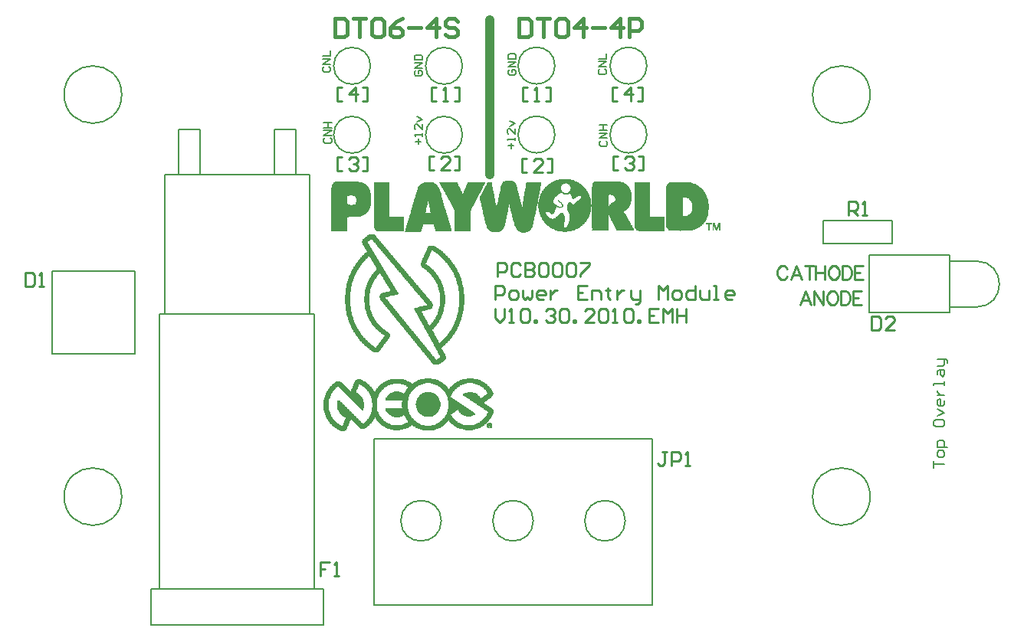
<source format=gto>
%FSLAX23Y23*%
%MOIN*%
G70*
G01*
G75*
G04 Layer_Color=65535*
%ADD10C,0.150*%
%ADD11C,0.050*%
%ADD12C,0.120*%
%ADD13C,0.020*%
%ADD14C,0.005*%
%ADD15C,0.120*%
%ADD16C,0.063*%
%ADD17C,0.070*%
%ADD18C,0.060*%
%ADD19C,0.118*%
%ADD20C,0.118*%
%ADD21C,0.140*%
%ADD22C,0.008*%
%ADD23C,0.008*%
%ADD24C,0.005*%
%ADD25C,0.040*%
%ADD26C,0.001*%
%ADD27C,0.002*%
%ADD28C,0.015*%
%ADD29C,0.010*%
D14*
X4030Y500D02*
Y530D01*
Y515D01*
X4075D01*
Y552D02*
Y567D01*
X4068Y575D01*
X4053D01*
X4045Y567D01*
Y552D01*
X4053Y545D01*
X4068D01*
X4075Y552D01*
X4090Y590D02*
X4045D01*
Y612D01*
X4053Y620D01*
X4068D01*
X4075Y612D01*
Y590D01*
X4030Y702D02*
Y687D01*
X4038Y680D01*
X4068D01*
X4075Y687D01*
Y702D01*
X4068Y710D01*
X4038D01*
X4030Y702D01*
X4045Y725D02*
X4075Y740D01*
X4045Y755D01*
X4075Y792D02*
Y777D01*
X4068Y770D01*
X4053D01*
X4045Y777D01*
Y792D01*
X4053Y800D01*
X4060D01*
Y770D01*
X4045Y815D02*
X4075D01*
X4060D01*
X4053Y822D01*
X4045Y830D01*
Y837D01*
X4075Y860D02*
Y875D01*
Y867D01*
X4030D01*
Y860D01*
X4045Y905D02*
Y920D01*
X4053Y927D01*
X4075D01*
Y905D01*
X4068Y897D01*
X4060Y905D01*
Y927D01*
X4045Y942D02*
X4068D01*
X4075Y950D01*
Y972D01*
X4082D01*
X4090Y965D01*
Y957D01*
X4075Y972D02*
X4045D01*
D22*
X1980Y2250D02*
G03*
X1980Y2250I-80J0D01*
G01*
X2382Y2251D02*
G03*
X2382Y2251I-80J0D01*
G01*
X1980Y1950D02*
G03*
X1980Y1950I-80J0D01*
G01*
X2382Y1951D02*
G03*
X2382Y1951I-80J0D01*
G01*
X1580Y1950D02*
G03*
X1580Y1950I-80J0D01*
G01*
X2782Y1951D02*
G03*
X2782Y1951I-80J0D01*
G01*
X1580Y2250D02*
G03*
X1580Y2250I-80J0D01*
G01*
X2782Y2251D02*
G03*
X2782Y2251I-80J0D01*
G01*
X3753Y2125D02*
G03*
X3753Y2125I-125J0D01*
G01*
Y375D02*
G03*
X3753Y375I-125J0D01*
G01*
X498D02*
G03*
X498Y375I-125J0D01*
G01*
Y2125D02*
G03*
X498Y2125I-125J0D01*
G01*
X195Y1355D02*
X555D01*
X195Y995D02*
X555D01*
Y1355D01*
X195Y995D02*
Y1355D01*
X3550Y1475D02*
Y1575D01*
Y1475D02*
X3850D01*
Y1575D01*
X3550D02*
X3850D01*
X1596Y-98D02*
X2804D01*
X1161Y1974D02*
X1256D01*
X744D02*
X839D01*
X684Y1777D02*
X1316D01*
X663Y1171D02*
X1337D01*
X626Y-183D02*
Y-26D01*
X1374Y-183D02*
Y-26D01*
X2582Y1924D02*
X2576Y1918D01*
Y1907D01*
X2582Y1901D01*
X2604D01*
X2610Y1907D01*
Y1918D01*
X2604Y1924D01*
X2610Y1935D02*
X2576D01*
X2610Y1958D01*
X2576D01*
Y1969D02*
X2610D01*
X2593D01*
Y1992D01*
X2576D01*
X2610D01*
X2577Y2235D02*
X2571Y2229D01*
Y2218D01*
X2577Y2212D01*
X2599D01*
X2605Y2218D01*
Y2229D01*
X2599Y2235D01*
X2605Y2246D02*
X2571D01*
X2605Y2269D01*
X2571D01*
Y2280D02*
X2605D01*
Y2303D01*
X1378Y2247D02*
X1372Y2241D01*
Y2230D01*
X1378Y2224D01*
X1400D01*
X1406Y2230D01*
Y2241D01*
X1400Y2247D01*
X1406Y2258D02*
X1372D01*
X1406Y2281D01*
X1372D01*
Y2292D02*
X1406D01*
Y2315D01*
X1383Y1936D02*
X1377Y1930D01*
Y1919D01*
X1383Y1913D01*
X1405D01*
X1411Y1919D01*
Y1930D01*
X1405Y1936D01*
X1411Y1947D02*
X1377D01*
X1411Y1970D01*
X1377D01*
Y1981D02*
X1411D01*
X1394D01*
Y2004D01*
X1377D01*
X1411D01*
X1788Y1910D02*
Y1933D01*
X1777Y1921D02*
X1799D01*
X1805Y1944D02*
Y1955D01*
Y1950D01*
X1771D01*
X1777Y1944D01*
X1805Y1995D02*
Y1972D01*
X1782Y1995D01*
X1777D01*
X1771Y1989D01*
Y1978D01*
X1777Y1972D01*
X1782Y2006D02*
X1805Y2018D01*
X1782Y2029D01*
X1777Y2230D02*
X1771Y2224D01*
Y2213D01*
X1777Y2207D01*
X1799D01*
X1805Y2213D01*
Y2224D01*
X1799Y2230D01*
X1788D01*
Y2218D01*
X1805Y2241D02*
X1771D01*
X1805Y2264D01*
X1771D01*
Y2275D02*
X1805D01*
Y2292D01*
X1799Y2298D01*
X1777D01*
X1771Y2292D01*
Y2275D01*
X2185Y2234D02*
X2179Y2228D01*
Y2217D01*
X2185Y2211D01*
X2207D01*
X2213Y2217D01*
Y2228D01*
X2207Y2234D01*
X2196D01*
Y2222D01*
X2213Y2245D02*
X2179D01*
X2213Y2268D01*
X2179D01*
Y2279D02*
X2213D01*
Y2296D01*
X2207Y2302D01*
X2185D01*
X2179Y2296D01*
Y2279D01*
X2191Y1891D02*
Y1914D01*
X2180Y1902D02*
X2202D01*
X2208Y1925D02*
Y1936D01*
Y1931D01*
X2174D01*
X2180Y1925D01*
X2208Y1976D02*
Y1953D01*
X2185Y1976D01*
X2180D01*
X2174Y1970D01*
Y1959D01*
X2180Y1953D01*
X2185Y1987D02*
X2208Y1999D01*
X2185Y2010D01*
D23*
X2288Y270D02*
G03*
X2288Y270I-88J0D01*
G01*
X1888D02*
G03*
X1888Y270I-88J0D01*
G01*
X2688D02*
G03*
X2688Y270I-88J0D01*
G01*
X1596Y626D02*
X2804D01*
X1596Y-98D02*
Y626D01*
X2804Y-98D02*
Y626D01*
X839Y1777D02*
Y1974D01*
X1161Y1777D02*
Y1974D01*
X1256Y1777D02*
Y1974D01*
X744Y1777D02*
Y1974D01*
X1316Y1171D02*
Y1777D01*
X684Y1171D02*
Y1777D01*
X1337Y-26D02*
Y1171D01*
X663Y-26D02*
Y1171D01*
X626Y-26D02*
X1374D01*
X626Y-183D02*
X1374D01*
D24*
X4215Y1200D02*
G03*
X4215Y1400I0J100D01*
G01*
X4100Y1175D02*
Y1425D01*
X3750D02*
X4100D01*
X3750Y1175D02*
Y1425D01*
Y1175D02*
X4100D01*
Y1200D02*
X4215D01*
X4100Y1400D02*
X4215D01*
D25*
X2100Y1775D02*
Y2450D01*
D26*
X2237Y1528D02*
X2252D01*
X2232Y1530D02*
X2258D01*
X2109D02*
X2132D01*
X2415Y1531D02*
X2433D01*
X2229D02*
X2262D01*
X2105D02*
X2138D01*
X1730D02*
X1797D01*
X2405Y1532D02*
X2443D01*
X2226D02*
X2264D01*
X2103D02*
X2140D01*
X1947D02*
X2012D01*
X1864D02*
X1930D01*
X1731D02*
X1797D01*
X1610D02*
X1722D01*
X1410D02*
X1477D01*
X2747Y1533D02*
X2748D01*
X2448D02*
X2449D01*
X2399D02*
X2446D01*
X2224D02*
X2265D01*
X2100D02*
X2144D01*
X1947D02*
X2012D01*
X1863D02*
X1930D01*
X1731D02*
X1798D01*
X1607D02*
X1722D01*
X1410D02*
X1477D01*
X2926Y1534D02*
X2926D01*
X2854D02*
X2854D01*
X2852D02*
X2852D01*
X2838D02*
X2850D01*
X2832D02*
X2836D01*
X2753D02*
X2830D01*
X2747D02*
X2750D01*
X2745D02*
X2745D01*
X2452D02*
X2452D01*
X2393D02*
X2450D01*
X2223D02*
X2268D01*
X2099D02*
X2145D01*
X1947D02*
X2012D01*
X1863D02*
X1930D01*
X1731D02*
X1798D01*
X1605D02*
X1722D01*
X1410D02*
X1477D01*
X3099Y1536D02*
X3100D01*
X3082D02*
X3082D01*
X3069D02*
X3070D01*
X2884D02*
X2962D01*
X2748D02*
X2854D01*
X2741D02*
X2746D01*
X2717D02*
X2720D01*
X2710D02*
X2712D01*
X2704D02*
X2704D01*
X2700D02*
X2702D01*
X2698D02*
X2698D01*
X2678D02*
X2679D01*
X2607D02*
X2610D01*
X2604D02*
X2605D01*
X2602D02*
X2602D01*
X2580D02*
X2581D01*
X2573D02*
X2576D01*
X2566D02*
X2568D01*
X2390D02*
X2456D01*
X2220D02*
X2269D01*
X2097D02*
X2148D01*
X1947D02*
X2012D01*
X1863D02*
X1929D01*
X1732D02*
X1798D01*
X1604D02*
X1722D01*
X1410D02*
X1477D01*
X3098Y1537D02*
X3100D01*
X3081D02*
X3084D01*
X3068D02*
X3070D01*
X3051D02*
X3051D01*
X2883D02*
X2968D01*
X2740D02*
X2854D01*
X2705D02*
X2722D01*
X2699D02*
X2703D01*
X2687D02*
X2696D01*
X2652D02*
X2684D01*
X2608D02*
X2608D01*
X2543D02*
X2606D01*
X2453D02*
X2455D01*
X2386D02*
X2451D01*
X2219D02*
X2270D01*
X2096D02*
X2149D01*
X1947D02*
X2012D01*
X1863D02*
X1929D01*
X1732D02*
X1800D01*
X1602D02*
X1722D01*
X1410D02*
X1477D01*
X3096Y1538D02*
X3100D01*
X3081D02*
X3086D01*
X3068D02*
X3070D01*
X3050D02*
X3052D01*
X2877D02*
X2979D01*
X2736D02*
X2854D01*
X2650D02*
X2722D01*
X2544D02*
X2612D01*
X2382D02*
X2464D01*
X2218D02*
X2271D01*
X2094D02*
X2150D01*
X1947D02*
X2012D01*
X1862D02*
X1929D01*
X1732D02*
X1800D01*
X1601D02*
X1722D01*
X1410D02*
X1477D01*
X3096Y1539D02*
X3099D01*
X3081D02*
X3086D01*
X3068D02*
X3070D01*
X3050D02*
X3052D01*
X2876D02*
X2984D01*
X2735D02*
X2854D01*
X2649D02*
X2722D01*
X2544D02*
X2612D01*
X2380D02*
X2468D01*
X2218D02*
X2272D01*
X2093D02*
X2151D01*
X1947D02*
X2012D01*
X1862D02*
X1929D01*
X1732D02*
X1800D01*
X1600D02*
X1722D01*
X1410D02*
X1477D01*
X3096Y1540D02*
X3099D01*
X3080D02*
X3087D01*
X3068D02*
X3070D01*
X3050D02*
X3052D01*
X2874D02*
X2988D01*
X2734D02*
X2854D01*
X2649D02*
X2721D01*
X2544D02*
X2612D01*
X2378D02*
X2470D01*
X2217D02*
X2274D01*
X2092D02*
X2152D01*
X1947D02*
X2012D01*
X1862D02*
X1928D01*
X1733D02*
X1800D01*
X1599D02*
X1722D01*
X1410D02*
X1477D01*
X3096Y1542D02*
X3099D01*
X3084D02*
X3087D01*
X3080D02*
X3082D01*
X3068D02*
X3070D01*
X3050D02*
X3052D01*
X2873D02*
X2991D01*
X2733D02*
X2854D01*
X2648D02*
X2721D01*
X2544D02*
X2612D01*
X2374D02*
X2473D01*
X2216D02*
X2275D01*
X2091D02*
X2154D01*
X1947D02*
X2012D01*
X1860D02*
X1928D01*
X1733D02*
X1801D01*
X1599D02*
X1722D01*
X1410D02*
X1477D01*
X3096Y1543D02*
X3099D01*
X3086D02*
X3087D01*
X3080D02*
X3082D01*
X3068D02*
X3070D01*
X3050D02*
X3052D01*
X2872D02*
X2994D01*
X2733D02*
X2854D01*
X2648D02*
X2720D01*
X2544D02*
X2612D01*
X2372D02*
X2475D01*
X2216D02*
X2276D01*
X2091D02*
X2155D01*
X1947D02*
X2012D01*
X1860D02*
X1928D01*
X1733D02*
X1801D01*
X1598D02*
X1722D01*
X1410D02*
X1477D01*
X3096Y1544D02*
X3099D01*
X3086D02*
X3088D01*
X3078D02*
X3081D01*
X3068D02*
X3070D01*
X3050D02*
X3052D01*
X2871D02*
X2997D01*
X2732D02*
X2854D01*
X2646D02*
X2719D01*
X2544D02*
X2612D01*
X2369D02*
X2478D01*
X2214D02*
X2276D01*
X2090D02*
X2155D01*
X1947D02*
X2012D01*
X1860D02*
X1927D01*
X1734D02*
X1801D01*
X1598D02*
X1722D01*
X1410D02*
X1477D01*
X3096Y1545D02*
X3099D01*
X3086D02*
X3088D01*
X3078D02*
X3081D01*
X3068D02*
X3070D01*
X3050D02*
X3052D01*
X2871D02*
X3000D01*
X2730D02*
X2854D01*
X2646D02*
X2719D01*
X2544D02*
X2612D01*
X2428D02*
X2480D01*
X2368D02*
X2425D01*
X2213D02*
X2277D01*
X2088D02*
X2156D01*
X1947D02*
X2012D01*
X1859D02*
X1927D01*
X1734D02*
X1802D01*
X1596D02*
X1722D01*
X1410D02*
X1477D01*
X3096Y1546D02*
X3099D01*
X3086D02*
X3088D01*
X3078D02*
X3081D01*
X3068D02*
X3070D01*
X3050D02*
X3052D01*
X2870D02*
X3001D01*
X2730D02*
X2854D01*
X2645D02*
X2718D01*
X2544D02*
X2612D01*
X2430D02*
X2481D01*
X2366D02*
X2421D01*
X2213D02*
X2278D01*
X2088D02*
X2157D01*
X1947D02*
X2012D01*
X1859D02*
X1927D01*
X1734D02*
X1802D01*
X1596D02*
X1722D01*
X1410D02*
X1477D01*
X3096Y1548D02*
X3099D01*
X3087D02*
X3090D01*
X3077D02*
X3081D01*
X3068D02*
X3070D01*
X3050D02*
X3052D01*
X2868D02*
X3003D01*
X2730D02*
X2854D01*
X2645D02*
X2718D01*
X2543D02*
X2612D01*
X2432D02*
X2484D01*
X2363D02*
X2420D01*
X2212D02*
X2278D01*
X2087D02*
X2157D01*
X1947D02*
X2012D01*
X1859D02*
X1926D01*
X1736D02*
X1802D01*
X1596D02*
X1722D01*
X1410D02*
X1477D01*
X3096Y1549D02*
X3099D01*
X3087D02*
X3090D01*
X3077D02*
X3080D01*
X3068D02*
X3070D01*
X3050D02*
X3052D01*
X2868D02*
X3004D01*
X2729D02*
X2854D01*
X2644D02*
X2716D01*
X2543D02*
X2612D01*
X2433D02*
X2486D01*
X2362D02*
X2419D01*
X2212D02*
X2280D01*
X2087D02*
X2158D01*
X1947D02*
X2012D01*
X1858D02*
X1926D01*
X1736D02*
X1803D01*
X1595D02*
X1722D01*
X1410D02*
X1477D01*
X3096Y1550D02*
X3099D01*
X3087D02*
X3090D01*
X3077D02*
X3080D01*
X3069D02*
X3070D01*
X3050D02*
X3052D01*
X2868D02*
X3007D01*
X2729D02*
X2854D01*
X2644D02*
X2716D01*
X2543D02*
X2612D01*
X2433D02*
X2487D01*
X2360D02*
X2418D01*
X2211D02*
X2280D01*
X2086D02*
X2158D01*
X1947D02*
X2012D01*
X1858D02*
X1926D01*
X1736D02*
X1803D01*
X1595D02*
X1722D01*
X1410D02*
X1477D01*
X3096Y1551D02*
X3099D01*
X3088D02*
X3091D01*
X3076D02*
X3080D01*
X3069D02*
X3070D01*
X3050D02*
X3052D01*
X2867D02*
X3008D01*
X2729D02*
X2854D01*
X2643D02*
X2715D01*
X2543D02*
X2612D01*
X2434D02*
X2490D01*
X2358D02*
X2418D01*
X2211D02*
X2281D01*
X2086D02*
X2158D01*
X1947D02*
X2012D01*
X1858D02*
X1926D01*
X1736D02*
X1803D01*
X1595D02*
X1722D01*
X1410D02*
X1477D01*
X3096Y1552D02*
X3099D01*
X3088D02*
X3091D01*
X3076D02*
X3079D01*
X3069D02*
X3072D01*
X3050D02*
X3052D01*
X2867D02*
X3010D01*
X2729D02*
X2854D01*
X2643D02*
X2715D01*
X2543D02*
X2612D01*
X2434D02*
X2491D01*
X2356D02*
X2418D01*
X2210D02*
X2281D01*
X2085D02*
X2160D01*
X1947D02*
X2012D01*
X1857D02*
X1924D01*
X1737D02*
X1804D01*
X1595D02*
X1722D01*
X1410D02*
X1477D01*
X3096Y1554D02*
X3099D01*
X3089D02*
X3091D01*
X3076D02*
X3079D01*
X3069D02*
X3072D01*
X3050D02*
X3052D01*
X2867D02*
X3012D01*
X2729D02*
X2854D01*
X2642D02*
X2714D01*
X2543D02*
X2612D01*
X2435D02*
X2492D01*
X2355D02*
X2418D01*
X2210D02*
X2281D01*
X2085D02*
X2160D01*
X1947D02*
X2012D01*
X1857D02*
X1924D01*
X1737D02*
X1804D01*
X1595D02*
X1722D01*
X1410D02*
X1477D01*
X3096Y1555D02*
X3099D01*
X3089D02*
X3092D01*
X3075D02*
X3078D01*
X3069D02*
X3072D01*
X3050D02*
X3052D01*
X2867D02*
X3013D01*
X2729D02*
X2854D01*
X2642D02*
X2714D01*
X2543D02*
X2612D01*
X2435D02*
X2494D01*
X2354D02*
X2418D01*
X2208D02*
X2282D01*
X2085D02*
X2160D01*
X1947D02*
X2012D01*
X1857D02*
X1924D01*
X1737D02*
X1804D01*
X1595D02*
X1722D01*
X1410D02*
X1477D01*
X3096Y1556D02*
X3099D01*
X3089D02*
X3092D01*
X3075D02*
X3078D01*
X3069D02*
X3072D01*
X3050D02*
X3052D01*
X2867D02*
X3014D01*
X2729D02*
X2854D01*
X2640D02*
X2713D01*
X2543D02*
X2612D01*
X2436D02*
X2496D01*
X2352D02*
X2418D01*
X2208D02*
X2282D01*
X2084D02*
X2161D01*
X1947D02*
X2012D01*
X1856D02*
X1923D01*
X1738D02*
X1806D01*
X1595D02*
X1722D01*
X1410D02*
X1477D01*
X3096Y1557D02*
X3099D01*
X3090D02*
X3092D01*
X3075D02*
X3078D01*
X3069D02*
X3072D01*
X3050D02*
X3052D01*
X2866D02*
X3016D01*
X2729D02*
X2854D01*
X2639D02*
X2712D01*
X2543D02*
X2612D01*
X2436D02*
X2497D01*
X2350D02*
X2418D01*
X2207D02*
X2282D01*
X2084D02*
X2161D01*
X1947D02*
X2012D01*
X1856D02*
X1923D01*
X1738D02*
X1806D01*
X1595D02*
X1722D01*
X1410D02*
X1477D01*
X3096Y1558D02*
X3098D01*
X3090D02*
X3093D01*
X3074D02*
X3076D01*
X3069D02*
X3072D01*
X3050D02*
X3052D01*
X2866D02*
X3018D01*
X2729D02*
X2854D01*
X2639D02*
X2712D01*
X2543D02*
X2612D01*
X2438D02*
X2498D01*
X2349D02*
X2419D01*
X2207D02*
X2282D01*
X2084D02*
X2161D01*
X1947D02*
X2012D01*
X1856D02*
X1923D01*
X1738D02*
X1806D01*
X1595D02*
X1722D01*
X1410D02*
X1477D01*
X3096Y1560D02*
X3098D01*
X3090D02*
X3093D01*
X3074D02*
X3076D01*
X3069D02*
X3072D01*
X3050D02*
X3052D01*
X2866D02*
X3019D01*
X2729D02*
X2854D01*
X2638D02*
X2710D01*
X2543D02*
X2612D01*
X2438D02*
X2499D01*
X2348D02*
X2419D01*
X2207D02*
X2283D01*
X2082D02*
X2161D01*
X1947D02*
X2012D01*
X1854D02*
X1922D01*
X1739D02*
X1807D01*
X1595D02*
X1722D01*
X1410D02*
X1477D01*
X3096Y1561D02*
X3098D01*
X3092D02*
X3093D01*
X3074D02*
X3076D01*
X3069D02*
X3072D01*
X3050D02*
X3052D01*
X2866D02*
X3020D01*
X2729D02*
X2854D01*
X2638D02*
X2710D01*
X2543D02*
X2612D01*
X2439D02*
X2500D01*
X2346D02*
X2419D01*
X2206D02*
X2283D01*
X2082D02*
X2162D01*
X1947D02*
X2012D01*
X1854D02*
X1922D01*
X1739D02*
X1807D01*
X1595D02*
X1722D01*
X1410D02*
X1477D01*
X3092Y1562D02*
X3098D01*
X3069D02*
X3075D01*
X3050D02*
X3052D01*
X2866D02*
X3021D01*
X2729D02*
X2854D01*
X2637D02*
X2709D01*
X2543D02*
X2612D01*
X2439D02*
X2502D01*
X2345D02*
X2419D01*
X2206D02*
X2283D01*
X2081D02*
X2162D01*
X1947D02*
X2012D01*
X1854D02*
X1922D01*
X1739D02*
X1807D01*
X1595D02*
X1722D01*
X1410D02*
X1477D01*
X3092Y1563D02*
X3098D01*
X3069D02*
X3075D01*
X3050D02*
X3052D01*
X2866D02*
X3022D01*
X2729D02*
X2854D01*
X2637D02*
X2709D01*
X2543D02*
X2612D01*
X2440D02*
X2503D01*
X2344D02*
X2419D01*
X2206D02*
X2283D01*
X2081D02*
X2162D01*
X1947D02*
X2012D01*
X1853D02*
X1922D01*
X1739D02*
X1808D01*
X1595D02*
X1722D01*
X1410D02*
X1477D01*
X3093Y1564D02*
X3098D01*
X3069D02*
X3075D01*
X3040D02*
X3063D01*
X2866D02*
X3024D01*
X2729D02*
X2854D01*
X2636D02*
X2708D01*
X2543D02*
X2612D01*
X2440D02*
X2504D01*
X2343D02*
X2420D01*
X2205D02*
X2284D01*
X2081D02*
X2162D01*
X1947D02*
X2012D01*
X1740D02*
X1921D01*
X1595D02*
X1722D01*
X1410D02*
X1477D01*
X3093Y1566D02*
X3098D01*
X3069D02*
X3074D01*
X3040D02*
X3063D01*
X2866D02*
X3025D01*
X2729D02*
X2854D01*
X2636D02*
X2708D01*
X2543D02*
X2612D01*
X2441D02*
X2505D01*
X2342D02*
X2420D01*
X2205D02*
X2284D01*
X2081D02*
X2163D01*
X1947D02*
X2012D01*
X1740D02*
X1921D01*
X1595D02*
X1722D01*
X1410D02*
X1477D01*
X3094Y1567D02*
X3098D01*
X3069D02*
X3074D01*
X3040D02*
X3063D01*
X2866D02*
X3026D01*
X2729D02*
X2854D01*
X2634D02*
X2707D01*
X2543D02*
X2612D01*
X2441D02*
X2506D01*
X2340D02*
X2420D01*
X2205D02*
X2284D01*
X2080D02*
X2163D01*
X1947D02*
X2012D01*
X1740D02*
X1921D01*
X1595D02*
X1722D01*
X1410D02*
X1477D01*
X2866Y1568D02*
X3027D01*
X2729D02*
X2854D01*
X2634D02*
X2706D01*
X2543D02*
X2612D01*
X2441D02*
X2508D01*
X2339D02*
X2420D01*
X2204D02*
X2284D01*
X2080D02*
X2163D01*
X1947D02*
X2012D01*
X1742D02*
X1920D01*
X1595D02*
X1722D01*
X1410D02*
X1477D01*
X2866Y1569D02*
X3028D01*
X2729D02*
X2854D01*
X2633D02*
X2706D01*
X2543D02*
X2612D01*
X2442D02*
X2509D01*
X2338D02*
X2420D01*
X2204D02*
X2284D01*
X2080D02*
X2163D01*
X1947D02*
X2012D01*
X1742D02*
X1920D01*
X1595D02*
X1722D01*
X1410D02*
X1477D01*
X2866Y1570D02*
X3030D01*
X2729D02*
X2854D01*
X2633D02*
X2704D01*
X2543D02*
X2612D01*
X2442D02*
X2510D01*
X2337D02*
X2420D01*
X2204D02*
X2286D01*
X2079D02*
X2164D01*
X1947D02*
X2012D01*
X1742D02*
X1920D01*
X1595D02*
X1722D01*
X1410D02*
X1477D01*
X2866Y1572D02*
X3030D01*
X2729D02*
X2854D01*
X2632D02*
X2704D01*
X2543D02*
X2612D01*
X2442D02*
X2511D01*
X2337D02*
X2421D01*
X2202D02*
X2286D01*
X2079D02*
X2164D01*
X1947D02*
X2012D01*
X1742D02*
X1918D01*
X1595D02*
X1722D01*
X1410D02*
X1477D01*
X2866Y1573D02*
X3031D01*
X2729D02*
X2854D01*
X2632D02*
X2703D01*
X2543D02*
X2612D01*
X2444D02*
X2512D01*
X2336D02*
X2421D01*
X2202D02*
X2286D01*
X2079D02*
X2164D01*
X1947D02*
X2012D01*
X1743D02*
X1918D01*
X1595D02*
X1722D01*
X1410D02*
X1477D01*
X2866Y1574D02*
X3032D01*
X2729D02*
X2854D01*
X2631D02*
X2703D01*
X2543D02*
X2612D01*
X2444D02*
X2514D01*
X2334D02*
X2421D01*
X2202D02*
X2286D01*
X2079D02*
X2164D01*
X1947D02*
X2012D01*
X1743D02*
X1918D01*
X1595D02*
X1722D01*
X1410D02*
X1477D01*
X2866Y1575D02*
X3033D01*
X2729D02*
X2854D01*
X2631D02*
X2702D01*
X2543D02*
X2612D01*
X2444D02*
X2514D01*
X2333D02*
X2421D01*
X2201D02*
X2287D01*
X2078D02*
X2166D01*
X1947D02*
X2012D01*
X1743D02*
X1918D01*
X1595D02*
X1722D01*
X1410D02*
X1477D01*
X2866Y1576D02*
X3033D01*
X2729D02*
X2854D01*
X2630D02*
X2702D01*
X2543D02*
X2612D01*
X2444D02*
X2515D01*
X2332D02*
X2421D01*
X2201D02*
X2287D01*
X2078D02*
X2166D01*
X1947D02*
X2012D01*
X1744D02*
X1917D01*
X1595D02*
X1722D01*
X1410D02*
X1477D01*
X2866Y1578D02*
X3034D01*
X2729D02*
X2854D01*
X2630D02*
X2701D01*
X2543D02*
X2612D01*
X2445D02*
X2516D01*
X2332D02*
X2421D01*
X2201D02*
X2287D01*
X2078D02*
X2166D01*
X1947D02*
X2012D01*
X1744D02*
X1917D01*
X1595D02*
X1722D01*
X1410D02*
X1477D01*
X2866Y1579D02*
X3034D01*
X2729D02*
X2854D01*
X2628D02*
X2700D01*
X2543D02*
X2612D01*
X2445D02*
X2516D01*
X2331D02*
X2421D01*
X2201D02*
X2287D01*
X2078D02*
X2166D01*
X1947D02*
X2012D01*
X1744D02*
X1917D01*
X1595D02*
X1722D01*
X1410D02*
X1477D01*
X2866Y1580D02*
X3036D01*
X2729D02*
X2854D01*
X2628D02*
X2700D01*
X2543D02*
X2612D01*
X2445D02*
X2517D01*
X2330D02*
X2421D01*
X2200D02*
X2288D01*
X2076D02*
X2167D01*
X1947D02*
X2012D01*
X1745D02*
X1916D01*
X1595D02*
X1722D01*
X1410D02*
X1477D01*
X2866Y1581D02*
X3037D01*
X2729D02*
X2854D01*
X2627D02*
X2698D01*
X2543D02*
X2612D01*
X2445D02*
X2518D01*
X2330D02*
X2421D01*
X2200D02*
X2288D01*
X2076D02*
X2167D01*
X1947D02*
X2012D01*
X1745D02*
X1916D01*
X1595D02*
X1722D01*
X1410D02*
X1477D01*
X2866Y1582D02*
X3037D01*
X2729D02*
X2854D01*
X2627D02*
X2698D01*
X2543D02*
X2612D01*
X2446D02*
X2520D01*
X2328D02*
X2421D01*
X2200D02*
X2288D01*
X2076D02*
X2167D01*
X1947D02*
X2012D01*
X1745D02*
X1916D01*
X1595D02*
X1722D01*
X1410D02*
X1477D01*
X2866Y1584D02*
X3038D01*
X2729D02*
X2854D01*
X2626D02*
X2697D01*
X2543D02*
X2612D01*
X2446D02*
X2520D01*
X2327D02*
X2421D01*
X2199D02*
X2288D01*
X2076D02*
X2167D01*
X1947D02*
X2012D01*
X1745D02*
X1915D01*
X1595D02*
X1722D01*
X1410D02*
X1477D01*
X2866Y1585D02*
X3038D01*
X2729D02*
X2854D01*
X2626D02*
X2697D01*
X2543D02*
X2612D01*
X2446D02*
X2521D01*
X2375D02*
X2422D01*
X2327D02*
X2366D01*
X2199D02*
X2288D01*
X2075D02*
X2167D01*
X1947D02*
X2012D01*
X1746D02*
X1915D01*
X1595D02*
X1722D01*
X1410D02*
X1477D01*
X2866Y1586D02*
X3039D01*
X2729D02*
X2854D01*
X2625D02*
X2696D01*
X2543D02*
X2612D01*
X2446D02*
X2521D01*
X2378D02*
X2421D01*
X2326D02*
X2362D01*
X2199D02*
X2289D01*
X2075D02*
X2168D01*
X1947D02*
X2012D01*
X1746D02*
X1915D01*
X1595D02*
X1722D01*
X1410D02*
X1477D01*
X2866Y1587D02*
X3039D01*
X2729D02*
X2854D01*
X2625D02*
X2695D01*
X2543D02*
X2612D01*
X2446D02*
X2522D01*
X2380D02*
X2421D01*
X2325D02*
X2360D01*
X2199D02*
X2289D01*
X2075D02*
X2168D01*
X1947D02*
X2012D01*
X1746D02*
X1915D01*
X1595D02*
X1722D01*
X1410D02*
X1477D01*
X2866Y1588D02*
X3039D01*
X2729D02*
X2854D01*
X2624D02*
X2695D01*
X2543D02*
X2612D01*
X2447D02*
X2523D01*
X2382D02*
X2421D01*
X2325D02*
X2359D01*
X2198D02*
X2289D01*
X2075D02*
X2168D01*
X1947D02*
X2012D01*
X1748D02*
X1914D01*
X1595D02*
X1722D01*
X1410D02*
X1477D01*
X2866Y1590D02*
X3040D01*
X2729D02*
X2854D01*
X2624D02*
X2694D01*
X2543D02*
X2612D01*
X2447D02*
X2523D01*
X2384D02*
X2421D01*
X2324D02*
X2356D01*
X2198D02*
X2289D01*
X2075D02*
X2168D01*
X1947D02*
X2012D01*
X1748D02*
X1914D01*
X1595D02*
X1722D01*
X1410D02*
X1477D01*
X2866Y1591D02*
X3040D01*
X2729D02*
X2854D01*
X2622D02*
X2694D01*
X2543D02*
X2612D01*
X2447D02*
X2524D01*
X2386D02*
X2421D01*
X2324D02*
X2355D01*
X2198D02*
X2290D01*
X2074D02*
X2168D01*
X1947D02*
X2012D01*
X1748D02*
X1914D01*
X1595D02*
X1722D01*
X1410D02*
X1477D01*
X2866Y1592D02*
X3042D01*
X2729D02*
X2854D01*
X2622D02*
X2692D01*
X2543D02*
X2612D01*
X2447D02*
X2524D01*
X2387D02*
X2421D01*
X2322D02*
X2353D01*
X2198D02*
X2290D01*
X2074D02*
X2169D01*
X1947D02*
X2012D01*
X1749D02*
X1912D01*
X1595D02*
X1722D01*
X1410D02*
X1477D01*
X2866Y1593D02*
X3042D01*
X2729D02*
X2854D01*
X2621D02*
X2692D01*
X2543D02*
X2612D01*
X2447D02*
X2526D01*
X2390D02*
X2421D01*
X2322D02*
X2352D01*
X2198D02*
X2290D01*
X2074D02*
X2169D01*
X1947D02*
X2012D01*
X1749D02*
X1912D01*
X1595D02*
X1722D01*
X1410D02*
X1477D01*
X2866Y1594D02*
X3042D01*
X2729D02*
X2854D01*
X2621D02*
X2691D01*
X2543D02*
X2612D01*
X2447D02*
X2526D01*
X2391D02*
X2421D01*
X2321D02*
X2350D01*
X2196D02*
X2290D01*
X2074D02*
X2169D01*
X1947D02*
X2012D01*
X1749D02*
X1912D01*
X1595D02*
X1658D01*
X1410D02*
X1482D01*
X2866Y1596D02*
X3042D01*
X2729D02*
X2793D01*
X2620D02*
X2691D01*
X2543D02*
X2612D01*
X2447D02*
X2527D01*
X2392D02*
X2421D01*
X2321D02*
X2349D01*
X2196D02*
X2290D01*
X2073D02*
X2169D01*
X1947D02*
X2012D01*
X1749D02*
X1911D01*
X1595D02*
X1658D01*
X1410D02*
X1520D01*
X2952Y1597D02*
X3043D01*
X2866D02*
X2937D01*
X2729D02*
X2792D01*
X2620D02*
X2690D01*
X2543D02*
X2612D01*
X2446D02*
X2527D01*
X2393D02*
X2420D01*
X2320D02*
X2348D01*
X2196D02*
X2292D01*
X2073D02*
X2169D01*
X1947D02*
X2012D01*
X1750D02*
X1911D01*
X1595D02*
X1658D01*
X1410D02*
X1530D01*
X2956Y1598D02*
X3043D01*
X2866D02*
X2936D01*
X2729D02*
X2792D01*
X2619D02*
X2689D01*
X2543D02*
X2612D01*
X2446D02*
X2528D01*
X2394D02*
X2420D01*
X2320D02*
X2347D01*
X2196D02*
X2292D01*
X2073D02*
X2170D01*
X1947D02*
X2012D01*
X1750D02*
X1911D01*
X1595D02*
X1658D01*
X1410D02*
X1536D01*
X2958Y1599D02*
X3043D01*
X2866D02*
X2936D01*
X2729D02*
X2792D01*
X2619D02*
X2689D01*
X2543D02*
X2612D01*
X2446D02*
X2528D01*
X2396D02*
X2420D01*
X2319D02*
X2346D01*
X2195D02*
X2292D01*
X2073D02*
X2170D01*
X1947D02*
X2012D01*
X1750D02*
X1911D01*
X1595D02*
X1658D01*
X1410D02*
X1539D01*
X2961Y1600D02*
X3044D01*
X2866D02*
X2935D01*
X2729D02*
X2792D01*
X2618D02*
X2688D01*
X2543D02*
X2612D01*
X2446D02*
X2528D01*
X2397D02*
X2419D01*
X2319D02*
X2344D01*
X2195D02*
X2292D01*
X2073D02*
X2170D01*
X1947D02*
X2012D01*
X1751D02*
X1910D01*
X1595D02*
X1658D01*
X1410D02*
X1543D01*
X2963Y1602D02*
X3044D01*
X2866D02*
X2935D01*
X2729D02*
X2792D01*
X2618D02*
X2688D01*
X2543D02*
X2612D01*
X2446D02*
X2529D01*
X2398D02*
X2419D01*
X2319D02*
X2343D01*
X2195D02*
X2293D01*
X2072D02*
X2170D01*
X1947D02*
X2012D01*
X1751D02*
X1910D01*
X1595D02*
X1658D01*
X1410D02*
X1545D01*
X2964Y1603D02*
X3044D01*
X2866D02*
X2935D01*
X2729D02*
X2792D01*
X2616D02*
X2686D01*
X2543D02*
X2612D01*
X2445D02*
X2529D01*
X2399D02*
X2419D01*
X2318D02*
X2343D01*
X2195D02*
X2293D01*
X2072D02*
X2170D01*
X1947D02*
X2012D01*
X1751D02*
X1910D01*
X1595D02*
X1658D01*
X1410D02*
X1548D01*
X2966Y1604D02*
X3044D01*
X2866D02*
X2935D01*
X2729D02*
X2792D01*
X2616D02*
X2686D01*
X2543D02*
X2612D01*
X2445D02*
X2530D01*
X2400D02*
X2418D01*
X2318D02*
X2342D01*
X2194D02*
X2293D01*
X2072D02*
X2172D01*
X1947D02*
X2012D01*
X1751D02*
X1909D01*
X1595D02*
X1658D01*
X1410D02*
X1550D01*
X2968Y1605D02*
X3044D01*
X2866D02*
X2935D01*
X2729D02*
X2792D01*
X2615D02*
X2685D01*
X2543D02*
X2612D01*
X2445D02*
X2530D01*
X2402D02*
X2416D01*
X2316D02*
X2341D01*
X2194D02*
X2293D01*
X2072D02*
X2172D01*
X1947D02*
X2012D01*
X1752D02*
X1909D01*
X1595D02*
X1658D01*
X1410D02*
X1552D01*
X2969Y1606D02*
X3045D01*
X2866D02*
X2935D01*
X2729D02*
X2792D01*
X2615D02*
X2684D01*
X2543D02*
X2612D01*
X2444D02*
X2530D01*
X2403D02*
X2416D01*
X2316D02*
X2341D01*
X2194D02*
X2293D01*
X2072D02*
X2172D01*
X1947D02*
X2012D01*
X1752D02*
X1909D01*
X1595D02*
X1658D01*
X1410D02*
X1554D01*
X2970Y1608D02*
X3045D01*
X2866D02*
X2935D01*
X2729D02*
X2792D01*
X2614D02*
X2684D01*
X2543D02*
X2612D01*
X2444D02*
X2532D01*
X2404D02*
X2415D01*
X2367D02*
X2370D01*
X2316D02*
X2340D01*
X2194D02*
X2294D01*
X2070D02*
X2172D01*
X1947D02*
X2012D01*
X1752D02*
X1908D01*
X1595D02*
X1658D01*
X1410D02*
X1555D01*
X2972Y1609D02*
X3045D01*
X2866D02*
X2935D01*
X2729D02*
X2792D01*
X2543D02*
X2683D01*
X2444D02*
X2532D01*
X2405D02*
X2414D01*
X2364D02*
X2372D01*
X2315D02*
X2340D01*
X2193D02*
X2294D01*
X2070D02*
X2172D01*
X1947D02*
X2012D01*
X1754D02*
X1908D01*
X1595D02*
X1658D01*
X1410D02*
X1556D01*
X2972Y1610D02*
X3045D01*
X2866D02*
X2935D01*
X2729D02*
X2792D01*
X2543D02*
X2682D01*
X2442D02*
X2532D01*
X2408D02*
X2413D01*
X2362D02*
X2373D01*
X2315D02*
X2340D01*
X2193D02*
X2294D01*
X2070D02*
X2173D01*
X1947D02*
X2012D01*
X1842D02*
X1908D01*
X1754D02*
X1816D01*
X1595D02*
X1658D01*
X1410D02*
X1558D01*
X2973Y1611D02*
X3045D01*
X2866D02*
X2935D01*
X2729D02*
X2792D01*
X2543D02*
X2682D01*
X2442D02*
X2533D01*
X2409D02*
X2412D01*
X2361D02*
X2374D01*
X2315D02*
X2340D01*
X2193D02*
X2294D01*
X2070D02*
X2173D01*
X1947D02*
X2012D01*
X1842D02*
X1908D01*
X1754D02*
X1816D01*
X1595D02*
X1658D01*
X1410D02*
X1560D01*
X2974Y1612D02*
X3045D01*
X2866D02*
X2935D01*
X2729D02*
X2792D01*
X2543D02*
X2680D01*
X2441D02*
X2533D01*
X2360D02*
X2374D01*
X2315D02*
X2340D01*
X2193D02*
X2294D01*
X2070D02*
X2173D01*
X1947D02*
X2012D01*
X1841D02*
X1906D01*
X1754D02*
X1816D01*
X1595D02*
X1658D01*
X1410D02*
X1561D01*
X2975Y1614D02*
X3046D01*
X2866D02*
X2935D01*
X2729D02*
X2792D01*
X2543D02*
X2680D01*
X2441D02*
X2533D01*
X2358D02*
X2376D01*
X2314D02*
X2340D01*
X2192D02*
X2295D01*
X2069D02*
X2173D01*
X1947D02*
X2012D01*
X1841D02*
X1906D01*
X1755D02*
X1816D01*
X1595D02*
X1658D01*
X1410D02*
X1562D01*
X2975Y1615D02*
X3046D01*
X2866D02*
X2935D01*
X2729D02*
X2792D01*
X2543D02*
X2679D01*
X2441D02*
X2533D01*
X2356D02*
X2376D01*
X2314D02*
X2341D01*
X2192D02*
X2295D01*
X2069D02*
X2173D01*
X1947D02*
X2012D01*
X1841D02*
X1906D01*
X1755D02*
X1816D01*
X1595D02*
X1658D01*
X1410D02*
X1563D01*
X2976Y1616D02*
X3046D01*
X2866D02*
X2935D01*
X2729D02*
X2792D01*
X2543D02*
X2679D01*
X2440D02*
X2534D01*
X2355D02*
X2377D01*
X2314D02*
X2341D01*
X2192D02*
X2295D01*
X2069D02*
X2173D01*
X1947D02*
X2012D01*
X1841D02*
X1905D01*
X1755D02*
X1816D01*
X1595D02*
X1658D01*
X1410D02*
X1563D01*
X2976Y1617D02*
X3046D01*
X2866D02*
X2935D01*
X2729D02*
X2792D01*
X2543D02*
X2680D01*
X2440D02*
X2534D01*
X2352D02*
X2377D01*
X2313D02*
X2342D01*
X2192D02*
X2295D01*
X2069D02*
X2174D01*
X1947D02*
X2012D01*
X1841D02*
X1905D01*
X1756D02*
X1818D01*
X1595D02*
X1658D01*
X1410D02*
X1564D01*
X2976Y1618D02*
X3046D01*
X2866D02*
X2935D01*
X2729D02*
X2792D01*
X2543D02*
X2680D01*
X2439D02*
X2534D01*
X2350D02*
X2378D01*
X2313D02*
X2344D01*
X2192D02*
X2296D01*
X2069D02*
X2174D01*
X1947D02*
X2012D01*
X1840D02*
X1905D01*
X1756D02*
X1818D01*
X1595D02*
X1658D01*
X1410D02*
X1566D01*
X2978Y1620D02*
X3046D01*
X2866D02*
X2935D01*
X2729D02*
X2792D01*
X2543D02*
X2682D01*
X2439D02*
X2534D01*
X2313D02*
X2378D01*
X2190D02*
X2296D01*
X2068D02*
X2174D01*
X1947D02*
X2012D01*
X1840D02*
X1904D01*
X1756D02*
X1818D01*
X1595D02*
X1658D01*
X1410D02*
X1567D01*
X2978Y1621D02*
X3046D01*
X2866D02*
X2935D01*
X2729D02*
X2792D01*
X2543D02*
X2683D01*
X2438D02*
X2535D01*
X2313D02*
X2379D01*
X2190D02*
X2296D01*
X2068D02*
X2174D01*
X1947D02*
X2012D01*
X1840D02*
X1904D01*
X1756D02*
X1818D01*
X1595D02*
X1658D01*
X1410D02*
X1568D01*
X2978Y1622D02*
X3046D01*
X2866D02*
X2935D01*
X2729D02*
X2792D01*
X2543D02*
X2684D01*
X2438D02*
X2535D01*
X2313D02*
X2379D01*
X2190D02*
X2296D01*
X2068D02*
X2174D01*
X1946D02*
X2013D01*
X1840D02*
X1904D01*
X1757D02*
X1818D01*
X1595D02*
X1658D01*
X1410D02*
X1568D01*
X2979Y1623D02*
X3046D01*
X2866D02*
X2935D01*
X2729D02*
X2792D01*
X2543D02*
X2686D01*
X2436D02*
X2535D01*
X2312D02*
X2379D01*
X2189D02*
X2296D01*
X2068D02*
X2174D01*
X1946D02*
X2013D01*
X1839D02*
X1904D01*
X1757D02*
X1819D01*
X1595D02*
X1658D01*
X1410D02*
X1569D01*
X2979Y1624D02*
X3046D01*
X2866D02*
X2935D01*
X2729D02*
X2792D01*
X2543D02*
X2688D01*
X2436D02*
X2535D01*
X2312D02*
X2380D01*
X2189D02*
X2298D01*
X2068D02*
X2175D01*
X1944D02*
X2014D01*
X1839D02*
X1903D01*
X1757D02*
X1819D01*
X1595D02*
X1658D01*
X1410D02*
X1570D01*
X2979Y1626D02*
X3046D01*
X2866D02*
X2935D01*
X2729D02*
X2792D01*
X2543D02*
X2690D01*
X2435D02*
X2535D01*
X2312D02*
X2380D01*
X2189D02*
X2298D01*
X2067D02*
X2175D01*
X1944D02*
X2014D01*
X1839D02*
X1903D01*
X1758D02*
X1819D01*
X1595D02*
X1658D01*
X1410D02*
X1570D01*
X2979Y1627D02*
X3046D01*
X2866D02*
X2935D01*
X2729D02*
X2792D01*
X2543D02*
X2691D01*
X2435D02*
X2536D01*
X2312D02*
X2382D01*
X2189D02*
X2298D01*
X2067D02*
X2175D01*
X1943D02*
X2016D01*
X1839D02*
X1903D01*
X1758D02*
X1819D01*
X1595D02*
X1658D01*
X1410D02*
X1572D01*
X2979Y1628D02*
X3048D01*
X2866D02*
X2935D01*
X2729D02*
X2792D01*
X2543D02*
X2692D01*
X2435D02*
X2536D01*
X2312D02*
X2382D01*
X2188D02*
X2298D01*
X2067D02*
X2175D01*
X1943D02*
X2016D01*
X1839D02*
X1902D01*
X1758D02*
X1819D01*
X1595D02*
X1658D01*
X1410D02*
X1572D01*
X2979Y1629D02*
X3048D01*
X2866D02*
X2935D01*
X2729D02*
X2792D01*
X2543D02*
X2694D01*
X2435D02*
X2536D01*
X2312D02*
X2382D01*
X2188D02*
X2298D01*
X2067D02*
X2175D01*
X1942D02*
X2017D01*
X1838D02*
X1902D01*
X1758D02*
X1820D01*
X1595D02*
X1658D01*
X1410D02*
X1573D01*
X2979Y1630D02*
X3048D01*
X2866D02*
X2935D01*
X2729D02*
X2792D01*
X2543D02*
X2695D01*
X2434D02*
X2536D01*
X2312D02*
X2383D01*
X2188D02*
X2299D01*
X2128D02*
X2175D01*
X2067D02*
X2126D01*
X1942D02*
X2017D01*
X1838D02*
X1902D01*
X1760D02*
X1820D01*
X1595D02*
X1658D01*
X1410D02*
X1573D01*
X2980Y1632D02*
X3048D01*
X2866D02*
X2935D01*
X2729D02*
X2792D01*
X2543D02*
X2696D01*
X2434D02*
X2536D01*
X2310D02*
X2383D01*
X2240D02*
X2299D01*
X2188D02*
X2238D01*
X2128D02*
X2176D01*
X2066D02*
X2125D01*
X1941D02*
X2018D01*
X1838D02*
X1900D01*
X1760D02*
X1820D01*
X1595D02*
X1658D01*
X1410D02*
X1574D01*
X2980Y1633D02*
X3048D01*
X2866D02*
X2935D01*
X2729D02*
X2792D01*
X2543D02*
X2697D01*
X2434D02*
X2536D01*
X2310D02*
X2384D01*
X2240D02*
X2299D01*
X2187D02*
X2238D01*
X2128D02*
X2176D01*
X2066D02*
X2125D01*
X1941D02*
X2018D01*
X1838D02*
X1900D01*
X1760D02*
X1820D01*
X1595D02*
X1658D01*
X1410D02*
X1574D01*
X2980Y1634D02*
X3048D01*
X2866D02*
X2935D01*
X2729D02*
X2792D01*
X2543D02*
X2698D01*
X2434D02*
X2536D01*
X2403D02*
X2403D01*
X2310D02*
X2384D01*
X2240D02*
X2299D01*
X2187D02*
X2236D01*
X2128D02*
X2176D01*
X2066D02*
X2125D01*
X1940D02*
X2019D01*
X1838D02*
X1900D01*
X1761D02*
X1820D01*
X1595D02*
X1658D01*
X1410D02*
X1575D01*
X2980Y1635D02*
X3048D01*
X2866D02*
X2935D01*
X2729D02*
X2792D01*
X2614D02*
X2700D01*
X2543D02*
X2612D01*
X2434D02*
X2536D01*
X2397D02*
X2409D01*
X2310D02*
X2385D01*
X2240D02*
X2299D01*
X2187D02*
X2236D01*
X2128D02*
X2176D01*
X2066D02*
X2125D01*
X1940D02*
X2019D01*
X1836D02*
X1900D01*
X1761D02*
X1821D01*
X1595D02*
X1658D01*
X1410D02*
X1575D01*
X2980Y1636D02*
X3048D01*
X2866D02*
X2935D01*
X2729D02*
X2792D01*
X2615D02*
X2700D01*
X2543D02*
X2612D01*
X2434D02*
X2536D01*
X2408D02*
X2412D01*
X2393D02*
X2402D01*
X2310D02*
X2386D01*
X2240D02*
X2300D01*
X2187D02*
X2236D01*
X2129D02*
X2176D01*
X2064D02*
X2125D01*
X1938D02*
X2020D01*
X1836D02*
X1899D01*
X1761D02*
X1821D01*
X1595D02*
X1658D01*
X1410D02*
X1575D01*
X2980Y1638D02*
X3048D01*
X2866D02*
X2935D01*
X2729D02*
X2792D01*
X2615D02*
X2701D01*
X2543D02*
X2612D01*
X2434D02*
X2536D01*
X2410D02*
X2413D01*
X2391D02*
X2397D01*
X2310D02*
X2386D01*
X2241D02*
X2300D01*
X2187D02*
X2235D01*
X2129D02*
X2178D01*
X2064D02*
X2124D01*
X1938D02*
X2020D01*
X1836D02*
X1899D01*
X1761D02*
X1821D01*
X1595D02*
X1658D01*
X1410D02*
X1576D01*
X2980Y1639D02*
X3048D01*
X2866D02*
X2935D01*
X2729D02*
X2792D01*
X2615D02*
X2702D01*
X2543D02*
X2612D01*
X2435D02*
X2536D01*
X2411D02*
X2413D01*
X2310D02*
X2395D01*
X2241D02*
X2300D01*
X2186D02*
X2235D01*
X2129D02*
X2178D01*
X2064D02*
X2124D01*
X1937D02*
X2022D01*
X1836D02*
X1899D01*
X1762D02*
X1821D01*
X1595D02*
X1658D01*
X1410D02*
X1576D01*
X2980Y1640D02*
X3048D01*
X2866D02*
X2935D01*
X2729D02*
X2792D01*
X2616D02*
X2702D01*
X2543D02*
X2612D01*
X2435D02*
X2538D01*
X2412D02*
X2414D01*
X2310D02*
X2392D01*
X2241D02*
X2300D01*
X2186D02*
X2235D01*
X2129D02*
X2178D01*
X2064D02*
X2124D01*
X1936D02*
X2023D01*
X1836D02*
X1898D01*
X1762D02*
X1821D01*
X1595D02*
X1658D01*
X1410D02*
X1576D01*
X2979Y1641D02*
X3048D01*
X2866D02*
X2935D01*
X2729D02*
X2792D01*
X2616D02*
X2703D01*
X2543D02*
X2612D01*
X2435D02*
X2538D01*
X2412D02*
X2414D01*
X2310D02*
X2390D01*
X2241D02*
X2300D01*
X2186D02*
X2235D01*
X2129D02*
X2178D01*
X2063D02*
X2124D01*
X1936D02*
X2023D01*
X1835D02*
X1898D01*
X1762D02*
X1822D01*
X1595D02*
X1658D01*
X1410D02*
X1576D01*
X2979Y1642D02*
X3048D01*
X2866D02*
X2935D01*
X2729D02*
X2792D01*
X2618D02*
X2703D01*
X2543D02*
X2612D01*
X2435D02*
X2538D01*
X2412D02*
X2414D01*
X2310D02*
X2388D01*
X2241D02*
X2301D01*
X2186D02*
X2235D01*
X2130D02*
X2178D01*
X2063D02*
X2124D01*
X1935D02*
X2024D01*
X1835D02*
X1897D01*
X1763D02*
X1822D01*
X1595D02*
X1658D01*
X1410D02*
X1578D01*
X2979Y1644D02*
X3048D01*
X2866D02*
X2935D01*
X2729D02*
X2792D01*
X2619D02*
X2704D01*
X2543D02*
X2612D01*
X2436D02*
X2538D01*
X2414D02*
X2414D01*
X2310D02*
X2386D01*
X2241D02*
X2301D01*
X2186D02*
X2234D01*
X2130D02*
X2178D01*
X2063D02*
X2122D01*
X1935D02*
X2024D01*
X1835D02*
X1897D01*
X1763D02*
X1822D01*
X1595D02*
X1658D01*
X1410D02*
X1578D01*
X2979Y1645D02*
X3048D01*
X2866D02*
X2935D01*
X2729D02*
X2792D01*
X2619D02*
X2704D01*
X2543D02*
X2612D01*
X2436D02*
X2538D01*
X2414D02*
X2414D01*
X2310D02*
X2384D01*
X2242D02*
X2301D01*
X2184D02*
X2234D01*
X2130D02*
X2179D01*
X2063D02*
X2122D01*
X1934D02*
X2025D01*
X1835D02*
X1897D01*
X1763D02*
X1822D01*
X1595D02*
X1658D01*
X1502D02*
X1578D01*
X1410D02*
X1488D01*
X2979Y1646D02*
X3048D01*
X2866D02*
X2935D01*
X2729D02*
X2792D01*
X2620D02*
X2706D01*
X2543D02*
X2612D01*
X2436D02*
X2538D01*
X2412D02*
X2414D01*
X2310D02*
X2383D01*
X2242D02*
X2301D01*
X2184D02*
X2234D01*
X2130D02*
X2179D01*
X2062D02*
X2122D01*
X1934D02*
X2025D01*
X1834D02*
X1897D01*
X1763D02*
X1822D01*
X1595D02*
X1658D01*
X1508D02*
X1578D01*
X1410D02*
X1483D01*
X2979Y1647D02*
X3048D01*
X2866D02*
X2935D01*
X2729D02*
X2792D01*
X2621D02*
X2706D01*
X2543D02*
X2612D01*
X2438D02*
X2538D01*
X2412D02*
X2414D01*
X2310D02*
X2382D01*
X2242D02*
X2301D01*
X2184D02*
X2233D01*
X2132D02*
X2179D01*
X2062D02*
X2122D01*
X1932D02*
X2026D01*
X1834D02*
X1896D01*
X1764D02*
X1824D01*
X1595D02*
X1658D01*
X1510D02*
X1579D01*
X1410D02*
X1480D01*
X2979Y1648D02*
X3048D01*
X2866D02*
X2935D01*
X2729D02*
X2792D01*
X2622D02*
X2707D01*
X2543D02*
X2612D01*
X2438D02*
X2538D01*
X2411D02*
X2413D01*
X2310D02*
X2379D01*
X2242D02*
X2302D01*
X2184D02*
X2233D01*
X2132D02*
X2179D01*
X2062D02*
X2122D01*
X1932D02*
X2026D01*
X1834D02*
X1896D01*
X1764D02*
X1824D01*
X1595D02*
X1658D01*
X1512D02*
X1579D01*
X1410D02*
X1478D01*
X2979Y1650D02*
X3048D01*
X2866D02*
X2935D01*
X2729D02*
X2792D01*
X2624D02*
X2707D01*
X2543D02*
X2612D01*
X2464D02*
X2536D01*
X2439D02*
X2457D01*
X2411D02*
X2413D01*
X2310D02*
X2378D01*
X2242D02*
X2302D01*
X2183D02*
X2233D01*
X2132D02*
X2179D01*
X2062D02*
X2121D01*
X1931D02*
X2028D01*
X1834D02*
X1896D01*
X1764D02*
X1824D01*
X1595D02*
X1658D01*
X1514D02*
X1579D01*
X1410D02*
X1478D01*
X2978Y1651D02*
X3046D01*
X2866D02*
X2935D01*
X2729D02*
X2792D01*
X2626D02*
X2708D01*
X2543D02*
X2612D01*
X2466D02*
X2536D01*
X2439D02*
X2455D01*
X2410D02*
X2412D01*
X2310D02*
X2377D01*
X2242D02*
X2302D01*
X2183D02*
X2233D01*
X2132D02*
X2179D01*
X2061D02*
X2121D01*
X1931D02*
X2028D01*
X1834D02*
X1894D01*
X1766D02*
X1824D01*
X1595D02*
X1658D01*
X1515D02*
X1579D01*
X1410D02*
X1477D01*
X2978Y1652D02*
X3046D01*
X2866D02*
X2935D01*
X2729D02*
X2792D01*
X2627D02*
X2708D01*
X2543D02*
X2612D01*
X2469D02*
X2536D01*
X2440D02*
X2452D01*
X2409D02*
X2410D01*
X2310D02*
X2376D01*
X2243D02*
X2302D01*
X2183D02*
X2232D01*
X2132D02*
X2180D01*
X2061D02*
X2121D01*
X1930D02*
X2029D01*
X1833D02*
X1894D01*
X1766D02*
X1824D01*
X1595D02*
X1658D01*
X1516D02*
X1579D01*
X1410D02*
X1477D01*
X2978Y1653D02*
X3046D01*
X2866D02*
X2935D01*
X2729D02*
X2792D01*
X2630D02*
X2708D01*
X2543D02*
X2612D01*
X2470D02*
X2536D01*
X2440D02*
X2451D01*
X2409D02*
X2409D01*
X2310D02*
X2376D01*
X2243D02*
X2302D01*
X2183D02*
X2232D01*
X2133D02*
X2180D01*
X2061D02*
X2121D01*
X1930D02*
X2029D01*
X1833D02*
X1894D01*
X1766D02*
X1825D01*
X1595D02*
X1658D01*
X1516D02*
X1579D01*
X1410D02*
X1477D01*
X2978Y1654D02*
X3046D01*
X2866D02*
X2935D01*
X2729D02*
X2792D01*
X2632D02*
X2709D01*
X2543D02*
X2612D01*
X2471D02*
X2536D01*
X2441D02*
X2449D01*
X2408D02*
X2409D01*
X2310D02*
X2374D01*
X2243D02*
X2304D01*
X2182D02*
X2232D01*
X2133D02*
X2180D01*
X2061D02*
X2121D01*
X1929D02*
X2030D01*
X1833D02*
X1893D01*
X1766D02*
X1825D01*
X1595D02*
X1658D01*
X1517D02*
X1579D01*
X1410D02*
X1477D01*
X2976Y1656D02*
X3046D01*
X2866D02*
X2935D01*
X2729D02*
X2792D01*
X2633D02*
X2709D01*
X2543D02*
X2612D01*
X2472D02*
X2536D01*
X2441D02*
X2448D01*
X2406D02*
X2408D01*
X2310D02*
X2373D01*
X2243D02*
X2304D01*
X2182D02*
X2232D01*
X2133D02*
X2180D01*
X2061D02*
X2120D01*
X1929D02*
X2030D01*
X1833D02*
X1893D01*
X1767D02*
X1825D01*
X1595D02*
X1658D01*
X1517D02*
X1580D01*
X1410D02*
X1477D01*
X2976Y1657D02*
X3046D01*
X2866D02*
X2935D01*
X2729D02*
X2792D01*
X2636D02*
X2709D01*
X2543D02*
X2612D01*
X2474D02*
X2536D01*
X2442D02*
X2445D01*
X2405D02*
X2406D01*
X2310D02*
X2373D01*
X2243D02*
X2304D01*
X2133D02*
X2230D01*
X2060D02*
X2120D01*
X1928D02*
X2031D01*
X1833D02*
X1893D01*
X1767D02*
X1825D01*
X1595D02*
X1658D01*
X1518D02*
X1580D01*
X1410D02*
X1477D01*
X2975Y1658D02*
X3046D01*
X2866D02*
X2935D01*
X2729D02*
X2792D01*
X2638D02*
X2709D01*
X2543D02*
X2612D01*
X2476D02*
X2536D01*
X2442D02*
X2444D01*
X2403D02*
X2404D01*
X2312D02*
X2373D01*
X2243D02*
X2304D01*
X2133D02*
X2230D01*
X2060D02*
X2120D01*
X1928D02*
X2031D01*
X1832D02*
X1893D01*
X1767D02*
X1826D01*
X1595D02*
X1658D01*
X1518D02*
X1580D01*
X1410D02*
X1477D01*
X2975Y1659D02*
X3046D01*
X2866D02*
X2935D01*
X2729D02*
X2792D01*
X2639D02*
X2710D01*
X2543D02*
X2612D01*
X2477D02*
X2536D01*
X2402D02*
X2403D01*
X2312D02*
X2372D01*
X2243D02*
X2304D01*
X2134D02*
X2230D01*
X2060D02*
X2120D01*
X1926D02*
X2032D01*
X1832D02*
X1892D01*
X1768D02*
X1826D01*
X1595D02*
X1658D01*
X1520D02*
X1580D01*
X1410D02*
X1477D01*
X2974Y1660D02*
X3046D01*
X2866D02*
X2935D01*
X2729D02*
X2792D01*
X2640D02*
X2710D01*
X2543D02*
X2612D01*
X2478D02*
X2536D01*
X2400D02*
X2402D01*
X2312D02*
X2372D01*
X2244D02*
X2305D01*
X2134D02*
X2230D01*
X2060D02*
X2120D01*
X1925D02*
X2032D01*
X1832D02*
X1892D01*
X1768D02*
X1826D01*
X1595D02*
X1658D01*
X1520D02*
X1580D01*
X1410D02*
X1477D01*
X2974Y1662D02*
X3045D01*
X2866D02*
X2935D01*
X2729D02*
X2792D01*
X2642D02*
X2710D01*
X2543D02*
X2612D01*
X2480D02*
X2536D01*
X2399D02*
X2400D01*
X2312D02*
X2372D01*
X2244D02*
X2305D01*
X2134D02*
X2229D01*
X2058D02*
X2119D01*
X1925D02*
X2034D01*
X1832D02*
X1892D01*
X1768D02*
X1826D01*
X1595D02*
X1658D01*
X1520D02*
X1580D01*
X1410D02*
X1477D01*
X2973Y1663D02*
X3045D01*
X2866D02*
X2935D01*
X2729D02*
X2792D01*
X2643D02*
X2710D01*
X2543D02*
X2612D01*
X2482D02*
X2535D01*
X2398D02*
X2398D01*
X2312D02*
X2372D01*
X2244D02*
X2305D01*
X2134D02*
X2229D01*
X2058D02*
X2119D01*
X1924D02*
X2034D01*
X1832D02*
X1892D01*
X1769D02*
X1826D01*
X1595D02*
X1658D01*
X1520D02*
X1580D01*
X1410D02*
X1477D01*
X2973Y1664D02*
X3045D01*
X2866D02*
X2935D01*
X2729D02*
X2792D01*
X2643D02*
X2712D01*
X2543D02*
X2612D01*
X2483D02*
X2535D01*
X2396D02*
X2396D01*
X2312D02*
X2372D01*
X2244D02*
X2305D01*
X2135D02*
X2229D01*
X2058D02*
X2119D01*
X1924D02*
X2035D01*
X1830D02*
X1891D01*
X1769D02*
X1827D01*
X1595D02*
X1658D01*
X1520D02*
X1580D01*
X1410D02*
X1477D01*
X2972Y1665D02*
X3045D01*
X2866D02*
X2935D01*
X2729D02*
X2792D01*
X2644D02*
X2712D01*
X2543D02*
X2612D01*
X2484D02*
X2535D01*
X2394D02*
X2395D01*
X2312D02*
X2372D01*
X2244D02*
X2305D01*
X2135D02*
X2229D01*
X2058D02*
X2119D01*
X1923D02*
X2035D01*
X1830D02*
X1891D01*
X1769D02*
X1827D01*
X1595D02*
X1658D01*
X1520D02*
X1580D01*
X1410D02*
X1477D01*
X2972Y1666D02*
X3045D01*
X2866D02*
X2935D01*
X2729D02*
X2792D01*
X2644D02*
X2712D01*
X2543D02*
X2612D01*
X2487D02*
X2535D01*
X2313D02*
X2372D01*
X2244D02*
X2306D01*
X2135D02*
X2228D01*
X2057D02*
X2119D01*
X1923D02*
X2036D01*
X1830D02*
X1891D01*
X1769D02*
X1827D01*
X1595D02*
X1658D01*
X1521D02*
X1580D01*
X1410D02*
X1477D01*
X2970Y1668D02*
X3044D01*
X2866D02*
X2935D01*
X2729D02*
X2792D01*
X2644D02*
X2712D01*
X2543D02*
X2612D01*
X2488D02*
X2535D01*
X2313D02*
X2373D01*
X2246D02*
X2306D01*
X2135D02*
X2228D01*
X2057D02*
X2119D01*
X1922D02*
X2036D01*
X1830D02*
X1890D01*
X1770D02*
X1827D01*
X1595D02*
X1658D01*
X1521D02*
X1580D01*
X1410D02*
X1477D01*
X2969Y1669D02*
X3044D01*
X2866D02*
X2935D01*
X2729D02*
X2792D01*
X2644D02*
X2712D01*
X2543D02*
X2612D01*
X2489D02*
X2534D01*
X2313D02*
X2373D01*
X2246D02*
X2306D01*
X2135D02*
X2228D01*
X2057D02*
X2118D01*
X1922D02*
X2037D01*
X1829D02*
X1890D01*
X1770D02*
X1827D01*
X1595D02*
X1658D01*
X1520D02*
X1580D01*
X1410D02*
X1477D01*
X2968Y1670D02*
X3044D01*
X2866D02*
X2935D01*
X2729D02*
X2792D01*
X2644D02*
X2713D01*
X2543D02*
X2613D01*
X2490D02*
X2534D01*
X2313D02*
X2373D01*
X2246D02*
X2306D01*
X2136D02*
X2227D01*
X2057D02*
X2118D01*
X1920D02*
X2037D01*
X1770D02*
X1890D01*
X1595D02*
X1658D01*
X1520D02*
X1580D01*
X1410D02*
X1477D01*
X2967Y1671D02*
X3044D01*
X2866D02*
X2935D01*
X2729D02*
X2792D01*
X2644D02*
X2713D01*
X2543D02*
X2613D01*
X2492D02*
X2534D01*
X2313D02*
X2374D01*
X2246D02*
X2306D01*
X2136D02*
X2227D01*
X2056D02*
X2118D01*
X1920D02*
X2038D01*
X1772D02*
X1890D01*
X1595D02*
X1658D01*
X1520D02*
X1580D01*
X1410D02*
X1477D01*
X2966Y1672D02*
X3043D01*
X2866D02*
X2935D01*
X2729D02*
X2792D01*
X2644D02*
X2713D01*
X2543D02*
X2613D01*
X2493D02*
X2534D01*
X2314D02*
X2374D01*
X2246D02*
X2307D01*
X2136D02*
X2227D01*
X2056D02*
X2118D01*
X1919D02*
X2038D01*
X1772D02*
X1888D01*
X1595D02*
X1658D01*
X1520D02*
X1580D01*
X1410D02*
X1477D01*
X2964Y1674D02*
X3043D01*
X2866D02*
X2935D01*
X2729D02*
X2792D01*
X2644D02*
X2713D01*
X2543D02*
X2613D01*
X2493D02*
X2533D01*
X2460D02*
X2461D01*
X2314D02*
X2374D01*
X2246D02*
X2307D01*
X2136D02*
X2227D01*
X2056D02*
X2118D01*
X1919D02*
X2040D01*
X1772D02*
X1888D01*
X1595D02*
X1658D01*
X1520D02*
X1580D01*
X1410D02*
X1477D01*
X2962Y1675D02*
X3043D01*
X2866D02*
X2935D01*
X2729D02*
X2792D01*
X2644D02*
X2713D01*
X2543D02*
X2613D01*
X2494D02*
X2533D01*
X2459D02*
X2463D01*
X2314D02*
X2376D01*
X2247D02*
X2307D01*
X2136D02*
X2226D01*
X2056D02*
X2116D01*
X1918D02*
X2040D01*
X1773D02*
X1888D01*
X1595D02*
X1658D01*
X1518D02*
X1580D01*
X1410D02*
X1477D01*
X2960Y1676D02*
X3042D01*
X2866D02*
X2936D01*
X2729D02*
X2792D01*
X2644D02*
X2713D01*
X2543D02*
X2613D01*
X2495D02*
X2533D01*
X2458D02*
X2464D01*
X2315D02*
X2377D01*
X2247D02*
X2307D01*
X2138D02*
X2226D01*
X2055D02*
X2116D01*
X1917D02*
X2041D01*
X1773D02*
X1888D01*
X1595D02*
X1658D01*
X1518D02*
X1580D01*
X1410D02*
X1477D01*
X2957Y1677D02*
X3042D01*
X2866D02*
X2936D01*
X2729D02*
X2792D01*
X2644D02*
X2713D01*
X2543D02*
X2613D01*
X2495D02*
X2533D01*
X2457D02*
X2467D01*
X2315D02*
X2377D01*
X2247D02*
X2307D01*
X2138D02*
X2226D01*
X2055D02*
X2116D01*
X1917D02*
X2042D01*
X1773D02*
X1887D01*
X1595D02*
X1658D01*
X1517D02*
X1580D01*
X1410D02*
X1477D01*
X2955Y1678D02*
X3042D01*
X2866D02*
X2937D01*
X2729D02*
X2792D01*
X2643D02*
X2713D01*
X2543D02*
X2613D01*
X2495D02*
X2532D01*
X2457D02*
X2468D01*
X2315D02*
X2378D01*
X2247D02*
X2308D01*
X2138D02*
X2226D01*
X2055D02*
X2116D01*
X1916D02*
X2042D01*
X1773D02*
X1887D01*
X1595D02*
X1658D01*
X1517D02*
X1580D01*
X1410D02*
X1477D01*
X2950Y1680D02*
X3040D01*
X2866D02*
X2941D01*
X2729D02*
X2792D01*
X2643D02*
X2713D01*
X2543D02*
X2613D01*
X2496D02*
X2532D01*
X2457D02*
X2469D01*
X2315D02*
X2379D01*
X2247D02*
X2308D01*
X2138D02*
X2224D01*
X2056D02*
X2116D01*
X1916D02*
X2043D01*
X1774D02*
X1887D01*
X1595D02*
X1658D01*
X1516D02*
X1580D01*
X1410D02*
X1477D01*
X2866Y1681D02*
X3040D01*
X2729D02*
X2792D01*
X2642D02*
X2713D01*
X2543D02*
X2613D01*
X2496D02*
X2532D01*
X2456D02*
X2472D01*
X2316D02*
X2380D01*
X2247D02*
X2308D01*
X2139D02*
X2224D01*
X2056D02*
X2115D01*
X1914D02*
X2043D01*
X1774D02*
X1887D01*
X1595D02*
X1658D01*
X1515D02*
X1580D01*
X1410D02*
X1477D01*
X2866Y1682D02*
X3040D01*
X2729D02*
X2792D01*
X2642D02*
X2713D01*
X2543D02*
X2613D01*
X2496D02*
X2530D01*
X2456D02*
X2473D01*
X2316D02*
X2380D01*
X2247D02*
X2308D01*
X2139D02*
X2224D01*
X2057D02*
X2115D01*
X1914D02*
X2044D01*
X1774D02*
X1886D01*
X1595D02*
X1658D01*
X1515D02*
X1579D01*
X1410D02*
X1477D01*
X2866Y1683D02*
X3039D01*
X2729D02*
X2792D01*
X2640D02*
X2713D01*
X2543D02*
X2613D01*
X2496D02*
X2530D01*
X2456D02*
X2475D01*
X2316D02*
X2383D01*
X2248D02*
X2308D01*
X2139D02*
X2224D01*
X2057D02*
X2115D01*
X1913D02*
X2044D01*
X1775D02*
X1886D01*
X1595D02*
X1658D01*
X1514D02*
X1579D01*
X1410D02*
X1477D01*
X2866Y1684D02*
X3039D01*
X2729D02*
X2792D01*
X2639D02*
X2713D01*
X2543D02*
X2613D01*
X2495D02*
X2530D01*
X2456D02*
X2478D01*
X2318D02*
X2384D01*
X2248D02*
X2310D01*
X2139D02*
X2223D01*
X2058D02*
X2115D01*
X1913D02*
X2046D01*
X1775D02*
X1886D01*
X1595D02*
X1658D01*
X1512D02*
X1579D01*
X1410D02*
X1477D01*
X2866Y1686D02*
X3038D01*
X2729D02*
X2792D01*
X2638D02*
X2713D01*
X2543D02*
X2613D01*
X2495D02*
X2529D01*
X2454D02*
X2480D01*
X2318D02*
X2385D01*
X2248D02*
X2310D01*
X2139D02*
X2223D01*
X2058D02*
X2115D01*
X1912D02*
X2046D01*
X1775D02*
X1886D01*
X1595D02*
X1658D01*
X1510D02*
X1579D01*
X1410D02*
X1478D01*
X2866Y1687D02*
X3038D01*
X2729D02*
X2792D01*
X2637D02*
X2713D01*
X2543D02*
X2613D01*
X2493D02*
X2529D01*
X2454D02*
X2482D01*
X2319D02*
X2386D01*
X2248D02*
X2310D01*
X2140D02*
X2223D01*
X2060D02*
X2115D01*
X1911D02*
X2047D01*
X1776D02*
X1885D01*
X1595D02*
X1658D01*
X1506D02*
X1579D01*
X1410D02*
X1480D01*
X2866Y1688D02*
X3037D01*
X2729D02*
X2792D01*
X2634D02*
X2713D01*
X2543D02*
X2613D01*
X2453D02*
X2528D01*
X2319D02*
X2388D01*
X2248D02*
X2310D01*
X2140D02*
X2223D01*
X2060D02*
X2114D01*
X1911D02*
X2047D01*
X1776D02*
X1885D01*
X1595D02*
X1658D01*
X1502D02*
X1579D01*
X1410D02*
X1484D01*
X2866Y1689D02*
X3037D01*
X2729D02*
X2792D01*
X2632D02*
X2713D01*
X2543D02*
X2613D01*
X2453D02*
X2528D01*
X2319D02*
X2390D01*
X2248D02*
X2310D01*
X2140D02*
X2222D01*
X2061D02*
X2114D01*
X1910D02*
X2048D01*
X1776D02*
X1885D01*
X1595D02*
X1658D01*
X1410D02*
X1579D01*
X2866Y1690D02*
X3036D01*
X2729D02*
X2792D01*
X2627D02*
X2713D01*
X2543D02*
X2616D01*
X2452D02*
X2528D01*
X2320D02*
X2391D01*
X2249D02*
X2310D01*
X2140D02*
X2222D01*
X2062D02*
X2114D01*
X1910D02*
X2048D01*
X1776D02*
X1885D01*
X1595D02*
X1658D01*
X1410D02*
X1579D01*
X2866Y1692D02*
X3036D01*
X2729D02*
X2792D01*
X2543D02*
X2713D01*
X2451D02*
X2527D01*
X2427D02*
X2431D01*
X2320D02*
X2394D01*
X2249D02*
X2311D01*
X2140D02*
X2222D01*
X2062D02*
X2114D01*
X1980D02*
X2049D01*
X1908D02*
X1978D01*
X1778D02*
X1884D01*
X1595D02*
X1658D01*
X1410D02*
X1579D01*
X2866Y1693D02*
X3034D01*
X2729D02*
X2792D01*
X2543D02*
X2713D01*
X2450D02*
X2527D01*
X2421D02*
X2437D01*
X2321D02*
X2395D01*
X2249D02*
X2311D01*
X2141D02*
X2222D01*
X2063D02*
X2114D01*
X1980D02*
X2049D01*
X1908D02*
X1977D01*
X1778D02*
X1884D01*
X1595D02*
X1658D01*
X1410D02*
X1578D01*
X2866Y1694D02*
X3034D01*
X2729D02*
X2792D01*
X2543D02*
X2712D01*
X2448D02*
X2526D01*
X2420D02*
X2439D01*
X2321D02*
X2397D01*
X2249D02*
X2311D01*
X2141D02*
X2221D01*
X2063D02*
X2113D01*
X1982D02*
X2050D01*
X1907D02*
X1977D01*
X1778D02*
X1884D01*
X1595D02*
X1658D01*
X1410D02*
X1578D01*
X2866Y1695D02*
X3033D01*
X2729D02*
X2792D01*
X2543D02*
X2712D01*
X2417D02*
X2526D01*
X2322D02*
X2400D01*
X2249D02*
X2311D01*
X2141D02*
X2221D01*
X2064D02*
X2113D01*
X1982D02*
X2050D01*
X1907D02*
X1977D01*
X1779D02*
X1884D01*
X1595D02*
X1658D01*
X1410D02*
X1578D01*
X2866Y1696D02*
X3033D01*
X2729D02*
X2792D01*
X2543D02*
X2712D01*
X2416D02*
X2524D01*
X2322D02*
X2401D01*
X2249D02*
X2311D01*
X2141D02*
X2221D01*
X2064D02*
X2113D01*
X1983D02*
X2052D01*
X1906D02*
X1976D01*
X1779D02*
X1882D01*
X1595D02*
X1658D01*
X1410D02*
X1578D01*
X2866Y1698D02*
X3032D01*
X2729D02*
X2792D01*
X2543D02*
X2712D01*
X2434D02*
X2524D01*
X2415D02*
X2422D01*
X2324D02*
X2403D01*
X2250D02*
X2312D01*
X2142D02*
X2220D01*
X2066D02*
X2113D01*
X1983D02*
X2052D01*
X1906D02*
X1976D01*
X1779D02*
X1882D01*
X1595D02*
X1658D01*
X1410D02*
X1578D01*
X2866Y1699D02*
X3031D01*
X2729D02*
X2792D01*
X2543D02*
X2712D01*
X2438D02*
X2523D01*
X2411D02*
X2419D01*
X2324D02*
X2406D01*
X2250D02*
X2312D01*
X2142D02*
X2220D01*
X2066D02*
X2113D01*
X1984D02*
X2053D01*
X1905D02*
X1975D01*
X1780D02*
X1882D01*
X1595D02*
X1658D01*
X1410D02*
X1576D01*
X2866Y1700D02*
X3031D01*
X2729D02*
X2792D01*
X2543D02*
X2710D01*
X2440D02*
X2523D01*
X2325D02*
X2416D01*
X2250D02*
X2312D01*
X2142D02*
X2220D01*
X2067D02*
X2112D01*
X1984D02*
X2053D01*
X1904D02*
X1975D01*
X1780D02*
X1881D01*
X1595D02*
X1658D01*
X1410D02*
X1576D01*
X2866Y1701D02*
X3030D01*
X2729D02*
X2792D01*
X2543D02*
X2710D01*
X2441D02*
X2522D01*
X2325D02*
X2414D01*
X2250D02*
X2312D01*
X2142D02*
X2220D01*
X2067D02*
X2112D01*
X1985D02*
X2054D01*
X1904D02*
X1974D01*
X1780D02*
X1881D01*
X1595D02*
X1658D01*
X1410D02*
X1576D01*
X2866Y1702D02*
X3028D01*
X2729D02*
X2792D01*
X2543D02*
X2710D01*
X2442D02*
X2521D01*
X2326D02*
X2413D01*
X2250D02*
X2312D01*
X2142D02*
X2218D01*
X2068D02*
X2112D01*
X1985D02*
X2054D01*
X1902D02*
X1974D01*
X1781D02*
X1881D01*
X1595D02*
X1658D01*
X1410D02*
X1576D01*
X2866Y1704D02*
X3028D01*
X2729D02*
X2792D01*
X2543D02*
X2710D01*
X2444D02*
X2521D01*
X2327D02*
X2412D01*
X2250D02*
X2313D01*
X2144D02*
X2218D01*
X2068D02*
X2112D01*
X1985D02*
X2055D01*
X1902D02*
X1972D01*
X1781D02*
X1880D01*
X1595D02*
X1658D01*
X1410D02*
X1575D01*
X2866Y1705D02*
X3027D01*
X2729D02*
X2792D01*
X2543D02*
X2709D01*
X2445D02*
X2520D01*
X2327D02*
X2410D01*
X2252D02*
X2313D01*
X2144D02*
X2218D01*
X2069D02*
X2112D01*
X1986D02*
X2055D01*
X1901D02*
X1972D01*
X1781D02*
X1880D01*
X1595D02*
X1658D01*
X1410D02*
X1575D01*
X2866Y1706D02*
X3026D01*
X2729D02*
X2792D01*
X2543D02*
X2709D01*
X2446D02*
X2518D01*
X2328D02*
X2409D01*
X2252D02*
X2313D01*
X2144D02*
X2218D01*
X2069D02*
X2112D01*
X1986D02*
X2056D01*
X1901D02*
X1971D01*
X1781D02*
X1880D01*
X1595D02*
X1658D01*
X1410D02*
X1575D01*
X2866Y1707D02*
X3025D01*
X2729D02*
X2792D01*
X2543D02*
X2709D01*
X2447D02*
X2518D01*
X2330D02*
X2409D01*
X2252D02*
X2313D01*
X2144D02*
X2217D01*
X2070D02*
X2110D01*
X1988D02*
X2056D01*
X1900D02*
X1971D01*
X1782D02*
X1879D01*
X1595D02*
X1658D01*
X1410D02*
X1575D01*
X2866Y1708D02*
X3025D01*
X2729D02*
X2792D01*
X2543D02*
X2708D01*
X2447D02*
X2517D01*
X2330D02*
X2408D01*
X2252D02*
X2313D01*
X2144D02*
X2217D01*
X2070D02*
X2110D01*
X1988D02*
X2058D01*
X1900D02*
X1970D01*
X1782D02*
X1879D01*
X1595D02*
X1658D01*
X1410D02*
X1574D01*
X2866Y1710D02*
X3024D01*
X2729D02*
X2792D01*
X2543D02*
X2708D01*
X2448D02*
X2516D01*
X2331D02*
X2408D01*
X2252D02*
X2314D01*
X2145D02*
X2217D01*
X2072D02*
X2110D01*
X1989D02*
X2058D01*
X1899D02*
X1970D01*
X1782D02*
X1879D01*
X1595D02*
X1658D01*
X1410D02*
X1574D01*
X2866Y1711D02*
X3022D01*
X2729D02*
X2792D01*
X2543D02*
X2707D01*
X2448D02*
X2516D01*
X2332D02*
X2407D01*
X2252D02*
X2314D01*
X2145D02*
X2217D01*
X2072D02*
X2110D01*
X1989D02*
X2059D01*
X1898D02*
X1969D01*
X1784D02*
X1878D01*
X1595D02*
X1658D01*
X1410D02*
X1574D01*
X2866Y1712D02*
X3021D01*
X2729D02*
X2792D01*
X2543D02*
X2707D01*
X2450D02*
X2515D01*
X2332D02*
X2407D01*
X2253D02*
X2314D01*
X2145D02*
X2216D01*
X2073D02*
X2110D01*
X1990D02*
X2059D01*
X1898D02*
X1969D01*
X1784D02*
X1878D01*
X1595D02*
X1658D01*
X1410D02*
X1573D01*
X2866Y1713D02*
X3020D01*
X2729D02*
X2792D01*
X2543D02*
X2706D01*
X2450D02*
X2514D01*
X2333D02*
X2406D01*
X2253D02*
X2314D01*
X2145D02*
X2216D01*
X2073D02*
X2109D01*
X1990D02*
X2060D01*
X1896D02*
X1968D01*
X1784D02*
X1876D01*
X1595D02*
X1658D01*
X1410D02*
X1573D01*
X2866Y1714D02*
X3019D01*
X2729D02*
X2792D01*
X2543D02*
X2706D01*
X2450D02*
X2512D01*
X2334D02*
X2406D01*
X2253D02*
X2314D01*
X2145D02*
X2216D01*
X2074D02*
X2109D01*
X1991D02*
X2061D01*
X1896D02*
X1968D01*
X1785D02*
X1876D01*
X1595D02*
X1658D01*
X1410D02*
X1572D01*
X2866Y1716D02*
X3018D01*
X2729D02*
X2792D01*
X2543D02*
X2704D01*
X2450D02*
X2512D01*
X2336D02*
X2406D01*
X2253D02*
X2316D01*
X2146D02*
X2216D01*
X2074D02*
X2109D01*
X1991D02*
X2061D01*
X1895D02*
X1968D01*
X1785D02*
X1876D01*
X1595D02*
X1658D01*
X1410D02*
X1572D01*
X2866Y1717D02*
X3016D01*
X2729D02*
X2793D01*
X2543D02*
X2704D01*
X2451D02*
X2511D01*
X2337D02*
X2406D01*
X2253D02*
X2316D01*
X2146D02*
X2215D01*
X2075D02*
X2109D01*
X1991D02*
X2062D01*
X1895D02*
X1966D01*
X1785D02*
X1875D01*
X1595D02*
X1658D01*
X1410D02*
X1570D01*
X2866Y1718D02*
X3015D01*
X2729D02*
X2793D01*
X2543D02*
X2703D01*
X2451D02*
X2510D01*
X2337D02*
X2406D01*
X2253D02*
X2316D01*
X2146D02*
X2215D01*
X2075D02*
X2109D01*
X1992D02*
X2062D01*
X1894D02*
X1966D01*
X1786D02*
X1875D01*
X1595D02*
X1658D01*
X1410D02*
X1570D01*
X2866Y1719D02*
X3014D01*
X2729D02*
X2793D01*
X2543D02*
X2703D01*
X2451D02*
X2509D01*
X2338D02*
X2406D01*
X2254D02*
X2316D01*
X2146D02*
X2215D01*
X2076D02*
X2108D01*
X1992D02*
X2064D01*
X1894D02*
X1965D01*
X1786D02*
X1874D01*
X1595D02*
X1658D01*
X1410D02*
X1569D01*
X2866Y1720D02*
X3013D01*
X2729D02*
X2793D01*
X2543D02*
X2702D01*
X2451D02*
X2508D01*
X2339D02*
X2406D01*
X2254D02*
X2316D01*
X2147D02*
X2215D01*
X2076D02*
X2108D01*
X1994D02*
X2064D01*
X1893D02*
X1965D01*
X1786D02*
X1874D01*
X1595D02*
X1658D01*
X1412D02*
X1569D01*
X2867Y1722D02*
X3010D01*
X2729D02*
X2793D01*
X2543D02*
X2701D01*
X2451D02*
X2506D01*
X2340D02*
X2406D01*
X2254D02*
X2316D01*
X2147D02*
X2214D01*
X2078D02*
X2108D01*
X1994D02*
X2065D01*
X1892D02*
X1964D01*
X1787D02*
X1873D01*
X1595D02*
X1658D01*
X1412D02*
X1568D01*
X2867Y1723D02*
X3009D01*
X2729D02*
X2793D01*
X2543D02*
X2700D01*
X2450D02*
X2505D01*
X2342D02*
X2406D01*
X2254D02*
X2317D01*
X2147D02*
X2214D01*
X2078D02*
X2108D01*
X1995D02*
X2065D01*
X1892D02*
X1964D01*
X1787D02*
X1873D01*
X1595D02*
X1658D01*
X1412D02*
X1568D01*
X2867Y1724D02*
X3008D01*
X2729D02*
X2793D01*
X2543D02*
X2700D01*
X2450D02*
X2504D01*
X2343D02*
X2406D01*
X2254D02*
X2317D01*
X2147D02*
X2214D01*
X2079D02*
X2108D01*
X1995D02*
X2066D01*
X1890D02*
X1963D01*
X1788D02*
X1872D01*
X1595D02*
X1658D01*
X1412D02*
X1567D01*
X2867Y1725D02*
X3007D01*
X2729D02*
X2793D01*
X2544D02*
X2698D01*
X2450D02*
X2503D01*
X2344D02*
X2406D01*
X2254D02*
X2317D01*
X2147D02*
X2212D01*
X2079D02*
X2107D01*
X1996D02*
X2066D01*
X1890D02*
X1963D01*
X1788D02*
X1870D01*
X1595D02*
X1658D01*
X1412D02*
X1566D01*
X2867Y1726D02*
X3004D01*
X2729D02*
X2793D01*
X2544D02*
X2697D01*
X2450D02*
X2502D01*
X2345D02*
X2407D01*
X2255D02*
X2317D01*
X2148D02*
X2212D01*
X2080D02*
X2107D01*
X1996D02*
X2067D01*
X1889D02*
X1962D01*
X1790D02*
X1870D01*
X1595D02*
X1658D01*
X1412D02*
X1566D01*
X2867Y1728D02*
X3003D01*
X2729D02*
X2793D01*
X2544D02*
X2696D01*
X2448D02*
X2500D01*
X2346D02*
X2407D01*
X2255D02*
X2317D01*
X2148D02*
X2212D01*
X2081D02*
X2107D01*
X1997D02*
X2067D01*
X1889D02*
X1962D01*
X1791D02*
X1869D01*
X1595D02*
X1658D01*
X1412D02*
X1564D01*
X2868Y1729D02*
X3002D01*
X2729D02*
X2793D01*
X2544D02*
X2695D01*
X2448D02*
X2499D01*
X2348D02*
X2408D01*
X2255D02*
X2318D01*
X2148D02*
X2212D01*
X2081D02*
X2107D01*
X1997D02*
X2068D01*
X1888D02*
X1960D01*
X1792D02*
X1868D01*
X1595D02*
X1658D01*
X1413D02*
X1563D01*
X2868Y1730D02*
X3000D01*
X2729D02*
X2793D01*
X2544D02*
X2694D01*
X2447D02*
X2498D01*
X2349D02*
X2408D01*
X2255D02*
X2318D01*
X2148D02*
X2211D01*
X2082D02*
X2107D01*
X1997D02*
X2068D01*
X1888D02*
X1960D01*
X1793D02*
X1867D01*
X1595D02*
X1658D01*
X1413D02*
X1562D01*
X2868Y1731D02*
X2998D01*
X2729D02*
X2793D01*
X2544D02*
X2692D01*
X2447D02*
X2497D01*
X2351D02*
X2409D01*
X2255D02*
X2318D01*
X2150D02*
X2211D01*
X2082D02*
X2106D01*
X1998D02*
X2070D01*
X1887D02*
X1959D01*
X1794D02*
X1867D01*
X1595D02*
X1658D01*
X1413D02*
X1561D01*
X2870Y1732D02*
X2996D01*
X2729D02*
X2793D01*
X2544D02*
X2691D01*
X2446D02*
X2496D01*
X2352D02*
X2409D01*
X2255D02*
X2318D01*
X2150D02*
X2211D01*
X2084D02*
X2106D01*
X1998D02*
X2070D01*
X1886D02*
X1959D01*
X1796D02*
X1866D01*
X1595D02*
X1658D01*
X1413D02*
X1560D01*
X2870Y1734D02*
X2995D01*
X2729D02*
X2793D01*
X2546D02*
X2690D01*
X2445D02*
X2493D01*
X2354D02*
X2410D01*
X2256D02*
X2318D01*
X2150D02*
X2211D01*
X2084D02*
X2106D01*
X2000D02*
X2071D01*
X1886D02*
X1958D01*
X1797D02*
X1864D01*
X1595D02*
X1658D01*
X1414D02*
X1558D01*
X2871Y1735D02*
X2992D01*
X2729D02*
X2793D01*
X2546D02*
X2689D01*
X2444D02*
X2492D01*
X2355D02*
X2412D01*
X2256D02*
X2319D01*
X2151D02*
X2210D01*
X2085D02*
X2106D01*
X2000D02*
X2071D01*
X1884D02*
X1958D01*
X1798D02*
X1863D01*
X1595D02*
X1658D01*
X1414D02*
X1556D01*
X2872Y1736D02*
X2990D01*
X2729D02*
X2793D01*
X2546D02*
X2688D01*
X2442D02*
X2491D01*
X2357D02*
X2413D01*
X2256D02*
X2319D01*
X2151D02*
X2210D01*
X2085D02*
X2106D01*
X2001D02*
X2072D01*
X1884D02*
X1958D01*
X1799D02*
X1862D01*
X1595D02*
X1658D01*
X1415D02*
X1555D01*
X2872Y1737D02*
X2988D01*
X2729D02*
X2793D01*
X2546D02*
X2686D01*
X2441D02*
X2488D01*
X2358D02*
X2415D01*
X2256D02*
X2319D01*
X2151D02*
X2209D01*
X2086D02*
X2104D01*
X2001D02*
X2072D01*
X1883D02*
X1957D01*
X1802D02*
X1860D01*
X1595D02*
X1658D01*
X1415D02*
X1552D01*
X2873Y1738D02*
X2984D01*
X2729D02*
X2793D01*
X2547D02*
X2684D01*
X2439D02*
X2487D01*
X2360D02*
X2416D01*
X2256D02*
X2319D01*
X2152D02*
X2209D01*
X2086D02*
X2104D01*
X2002D02*
X2073D01*
X1883D02*
X1957D01*
X1803D02*
X1858D01*
X1595D02*
X1658D01*
X1416D02*
X1551D01*
X2874Y1740D02*
X2980D01*
X2729D02*
X2793D01*
X2547D02*
X2683D01*
X2436D02*
X2486D01*
X2362D02*
X2419D01*
X2256D02*
X2319D01*
X2152D02*
X2208D01*
X2087D02*
X2104D01*
X2002D02*
X2073D01*
X1882D02*
X1956D01*
X1805D02*
X1857D01*
X1595D02*
X1658D01*
X1418D02*
X1549D01*
X2877Y1741D02*
X2977D01*
X2729D02*
X2793D01*
X2548D02*
X2680D01*
X2432D02*
X2484D01*
X2363D02*
X2424D01*
X2258D02*
X2320D01*
X2153D02*
X2206D01*
X2087D02*
X2104D01*
X2003D02*
X2074D01*
X1881D02*
X1956D01*
X1808D02*
X1855D01*
X1595D02*
X1658D01*
X1418D02*
X1545D01*
X2879Y1742D02*
X2971D01*
X2729D02*
X2793D01*
X2548D02*
X2678D01*
X2366D02*
X2481D01*
X2258D02*
X2320D01*
X2154D02*
X2206D01*
X2088D02*
X2104D01*
X2003D02*
X2074D01*
X1881D02*
X1954D01*
X1811D02*
X1852D01*
X1595D02*
X1658D01*
X1420D02*
X1542D01*
X2884Y1743D02*
X2959D01*
X2729D02*
X2793D01*
X2549D02*
X2676D01*
X2368D02*
X2480D01*
X2258D02*
X2320D01*
X2154D02*
X2205D01*
X2088D02*
X2103D01*
X2004D02*
X2076D01*
X1880D02*
X1954D01*
X1815D02*
X1849D01*
X1595D02*
X1658D01*
X1421D02*
X1538D01*
X2729Y1744D02*
X2793D01*
X2550D02*
X2672D01*
X2370D02*
X2478D01*
X2258D02*
X2320D01*
X2156D02*
X2204D01*
X2090D02*
X2103D01*
X2004D02*
X2076D01*
X1880D02*
X1953D01*
X1820D02*
X1844D01*
X1422D02*
X1533D01*
X2552Y1746D02*
X2667D01*
X2372D02*
X2475D01*
X2157D02*
X2202D01*
X1425D02*
X1525D01*
X2553Y1747D02*
X2661D01*
X2374D02*
X2473D01*
X2159D02*
X2200D01*
X1430D02*
X1510D01*
X2555Y1748D02*
X2650D01*
X2378D02*
X2470D01*
X2162D02*
X2198D01*
X2380Y1749D02*
X2467D01*
X2164D02*
X2194D01*
X2382Y1750D02*
X2464D01*
X2174D02*
X2185D01*
X2386Y1752D02*
X2461D01*
X2390Y1753D02*
X2457D01*
X2394Y1754D02*
X2454D01*
X2399Y1755D02*
X2449D01*
X2405Y1756D02*
X2442D01*
X2416Y1758D02*
X2432D01*
D27*
X1449Y664D02*
X1465D01*
X1813Y666D02*
X1845D01*
X1445D02*
X1469D01*
X1991Y668D02*
X2021D01*
X1805D02*
X1855D01*
X1679D02*
X1707D01*
X1441D02*
X1471D01*
X1981Y670D02*
X2033D01*
X1797D02*
X1861D01*
X1667D02*
X1719D01*
X1437D02*
X1473D01*
X1973Y672D02*
X2041D01*
X1791D02*
X1869D01*
X1659D02*
X1727D01*
X1433D02*
X1475D01*
X1965Y674D02*
X2047D01*
X1785D02*
X1873D01*
X1653D02*
X1733D01*
X1537D02*
X1553D01*
X1431D02*
X1475D01*
X2091Y676D02*
X2101D01*
X1961D02*
X2051D01*
X1781D02*
X1877D01*
X1649D02*
X1737D01*
X1533D02*
X1557D01*
X1427D02*
X1477D01*
X2089Y678D02*
X2105D01*
X1957D02*
X2055D01*
X1777D02*
X1881D01*
X1645D02*
X1741D01*
X1531D02*
X1559D01*
X1425D02*
X1477D01*
X2099Y680D02*
X2107D01*
X2087D02*
X2093D01*
X1953D02*
X2059D01*
X1775D02*
X1885D01*
X1641D02*
X1745D01*
X1529D02*
X1563D01*
X1423D02*
X1477D01*
X2103Y682D02*
X2107D01*
X2087D02*
X2101D01*
X1949D02*
X2061D01*
X1771D02*
X1887D01*
X1639D02*
X1749D01*
X1527D02*
X1565D01*
X1419D02*
X1479D01*
X2103Y684D02*
X2107D01*
X2091D02*
X2101D01*
X2085D02*
X2089D01*
X1947D02*
X2065D01*
X1767D02*
X1891D01*
X1635D02*
X1751D01*
X1525D02*
X1567D01*
X1459D02*
X1479D01*
X1417D02*
X1451D01*
X2105Y686D02*
X2107D01*
X2091D02*
X2101D01*
X2085D02*
X2089D01*
X1943D02*
X2069D01*
X1845D02*
X1893D01*
X1765D02*
X1813D01*
X1631D02*
X1755D01*
X1523D02*
X1569D01*
X1459D02*
X1481D01*
X1415D02*
X1449D01*
X2103Y688D02*
X2107D01*
X2091D02*
X2101D01*
X2085D02*
X2089D01*
X2023D02*
X2071D01*
X1941D02*
X1989D01*
X1855D02*
X1895D01*
X1763D02*
X1805D01*
X1709D02*
X1757D01*
X1629D02*
X1677D01*
X1521D02*
X1571D01*
X1461D02*
X1481D01*
X1413D02*
X1445D01*
X2087Y690D02*
X2107D01*
X2033D02*
X2073D01*
X1939D02*
X1979D01*
X1861D02*
X1899D01*
X1719D02*
X1797D01*
X1627D02*
X1667D01*
X1519D02*
X1573D01*
X1461D02*
X1483D01*
X1411D02*
X1441D01*
X2087Y692D02*
X2105D01*
X2039D02*
X2075D01*
X1935D02*
X1973D01*
X1865D02*
X1901D01*
X1725D02*
X1793D01*
X1625D02*
X1661D01*
X1517D02*
X1575D01*
X1461D02*
X1483D01*
X1409D02*
X1439D01*
X2089Y694D02*
X2103D01*
X2043D02*
X2079D01*
X1933D02*
X1969D01*
X1871D02*
X1903D01*
X1729D02*
X1787D01*
X1623D02*
X1657D01*
X1549D02*
X1577D01*
X1515D02*
X1543D01*
X1463D02*
X1483D01*
X1407D02*
X1435D01*
X2091Y696D02*
X2101D01*
X2047D02*
X2081D01*
X1931D02*
X1965D01*
X1873D02*
X1905D01*
X1733D02*
X1785D01*
X1621D02*
X1653D01*
X1551D02*
X1579D01*
X1513D02*
X1541D01*
X1463D02*
X1485D01*
X1405D02*
X1433D01*
X2051Y698D02*
X2083D01*
X1929D02*
X1961D01*
X1877D02*
X1907D01*
X1737D02*
X1781D01*
X1619D02*
X1649D01*
X1553D02*
X1581D01*
X1511D02*
X1539D01*
X1465D02*
X1485D01*
X1403D02*
X1431D01*
X2055Y700D02*
X2085D01*
X1927D02*
X1957D01*
X1879D02*
X1909D01*
X1741D02*
X1779D01*
X1617D02*
X1645D01*
X1557D02*
X1583D01*
X1509D02*
X1537D01*
X1465D02*
X1487D01*
X1401D02*
X1429D01*
X2057Y702D02*
X2087D01*
X1925D02*
X1955D01*
X1883D02*
X1911D01*
X1743D02*
X1775D01*
X1615D02*
X1643D01*
X1559D02*
X1583D01*
X1507D02*
X1535D01*
X1465D02*
X1487D01*
X1401D02*
X1425D01*
X2061Y704D02*
X2089D01*
X1923D02*
X1951D01*
X1885D02*
X1913D01*
X1743D02*
X1773D01*
X1613D02*
X1641D01*
X1561D02*
X1585D01*
X1505D02*
X1533D01*
X1467D02*
X1487D01*
X1399D02*
X1425D01*
X2063Y706D02*
X2091D01*
X1921D02*
X1949D01*
X1887D02*
X1915D01*
X1743D02*
X1771D01*
X1611D02*
X1637D01*
X1563D02*
X1587D01*
X1503D02*
X1531D01*
X1467D02*
X1489D01*
X1397D02*
X1423D01*
X2065Y708D02*
X2093D01*
X1921D02*
X1947D01*
X1889D02*
X1915D01*
X1741D02*
X1769D01*
X1609D02*
X1635D01*
X1563D02*
X1589D01*
X1501D02*
X1529D01*
X1469D02*
X1489D01*
X1395D02*
X1421D01*
X2067Y710D02*
X2093D01*
X1919D02*
X1945D01*
X1891D02*
X1917D01*
X1739D02*
X1767D01*
X1607D02*
X1633D01*
X1565D02*
X1589D01*
X1499D02*
X1527D01*
X1469D02*
X1491D01*
X1395D02*
X1419D01*
X2069Y712D02*
X2095D01*
X1893D02*
X1943D01*
X1739D02*
X1765D01*
X1605D02*
X1631D01*
X1567D02*
X1591D01*
X1497D02*
X1525D01*
X1469D02*
X1491D01*
X1393D02*
X1417D01*
X2071Y714D02*
X2097D01*
X1895D02*
X1941D01*
X1737D02*
X1763D01*
X1605D02*
X1629D01*
X1569D02*
X1593D01*
X1495D02*
X1523D01*
X1471D02*
X1491D01*
X1393D02*
X1415D01*
X2073Y716D02*
X2099D01*
X1897D02*
X1939D01*
X1735D02*
X1761D01*
X1603D02*
X1627D01*
X1571D02*
X1593D01*
X1471D02*
X1521D01*
X1391D02*
X1413D01*
X2075Y718D02*
X2099D01*
X1899D02*
X1937D01*
X1735D02*
X1759D01*
X1601D02*
X1625D01*
X1571D02*
X1595D01*
X1473D02*
X1519D01*
X1389D02*
X1413D01*
X2077Y720D02*
X2101D01*
X1901D02*
X1935D01*
X1733D02*
X1757D01*
X1601D02*
X1625D01*
X1573D02*
X1595D01*
X1473D02*
X1517D01*
X1389D02*
X1411D01*
X2079Y722D02*
X2101D01*
X1901D02*
X1933D01*
X1731D02*
X1757D01*
X1599D02*
X1623D01*
X1575D02*
X1597D01*
X1469D02*
X1515D01*
X1387D02*
X1409D01*
X2081Y724D02*
X2103D01*
X1903D02*
X1933D01*
X1731D02*
X1755D01*
X1683D02*
X1705D01*
X1575D02*
X1621D01*
X1465D02*
X1513D01*
X1387D02*
X1409D01*
X2081Y726D02*
X2105D01*
X1905D02*
X1931D01*
X1817D02*
X1843D01*
X1729D02*
X1753D01*
X1677D02*
X1711D01*
X1577D02*
X1619D01*
X1461D02*
X1511D01*
X1385D02*
X1407D01*
X2083Y728D02*
X2105D01*
X1995D02*
X2017D01*
X1905D02*
X1929D01*
X1811D02*
X1849D01*
X1729D02*
X1753D01*
X1673D02*
X1715D01*
X1577D02*
X1619D01*
X1459D02*
X1509D01*
X1385D02*
X1407D01*
X2085Y730D02*
X2107D01*
X1987D02*
X2023D01*
X1907D02*
X1929D01*
X1807D02*
X1853D01*
X1727D02*
X1751D01*
X1669D02*
X1719D01*
X1579D02*
X1617D01*
X1457D02*
X1507D01*
X1385D02*
X1405D01*
X2085Y732D02*
X2107D01*
X1983D02*
X2029D01*
X1909D02*
X1927D01*
X1803D02*
X1855D01*
X1727D02*
X1749D01*
X1665D02*
X1723D01*
X1579D02*
X1615D01*
X1455D02*
X1505D01*
X1383D02*
X1405D01*
X2087Y734D02*
X2109D01*
X1979D02*
X2033D01*
X1909D02*
X1927D01*
X1801D02*
X1859D01*
X1663D02*
X1749D01*
X1581D02*
X1615D01*
X1453D02*
X1503D01*
X1383D02*
X1403D01*
X2087Y736D02*
X2109D01*
X1977D02*
X2033D01*
X1911D02*
X1929D01*
X1797D02*
X1861D01*
X1659D02*
X1747D01*
X1581D02*
X1613D01*
X1451D02*
X1501D01*
X1383D02*
X1403D01*
X2089Y738D02*
X2109D01*
X1973D02*
X2033D01*
X1911D02*
X1931D01*
X1795D02*
X1863D01*
X1659D02*
X1747D01*
X1583D02*
X1613D01*
X1449D02*
X1499D01*
X1381D02*
X1403D01*
X2089Y740D02*
X2111D01*
X1971D02*
X2029D01*
X1911D02*
X1935D01*
X1793D02*
X1865D01*
X1657D02*
X1745D01*
X1583D02*
X1611D01*
X1447D02*
X1497D01*
X1381D02*
X1401D01*
X2091Y742D02*
X2111D01*
X1969D02*
X2027D01*
X1913D02*
X1937D01*
X1791D02*
X1867D01*
X1653D02*
X1745D01*
X1583D02*
X1611D01*
X1445D02*
X1495D01*
X1379D02*
X1401D01*
X2091Y744D02*
X2111D01*
X1967D02*
X2025D01*
X1913D02*
X1941D01*
X1789D02*
X1869D01*
X1653D02*
X1745D01*
X1585D02*
X1609D01*
X1445D02*
X1493D01*
X1379D02*
X1399D01*
X2091Y746D02*
X2111D01*
X1967D02*
X2021D01*
X1915D02*
X1943D01*
X1789D02*
X1871D01*
X1651D02*
X1743D01*
X1585D02*
X1609D01*
X1443D02*
X1491D01*
X1379D02*
X1399D01*
X2089Y748D02*
X2111D01*
X1965D02*
X2019D01*
X1915D02*
X1947D01*
X1787D02*
X1871D01*
X1649D02*
X1743D01*
X1585D02*
X1609D01*
X1443D02*
X1489D01*
X1379D02*
X1399D01*
X2085Y750D02*
X2111D01*
X1963D02*
X2015D01*
X1915D02*
X1949D01*
X1785D02*
X1873D01*
X1647D02*
X1743D01*
X1585D02*
X1607D01*
X1441D02*
X1487D01*
X1379D02*
X1399D01*
X2083Y752D02*
X2111D01*
X1961D02*
X2013D01*
X1917D02*
X1953D01*
X1785D02*
X1875D01*
X1647D02*
X1741D01*
X1587D02*
X1607D01*
X1439D02*
X1485D01*
X1377D02*
X1397D01*
X2079Y754D02*
X2109D01*
X1961D02*
X2009D01*
X1917D02*
X1955D01*
X1783D02*
X1875D01*
X1645D02*
X1741D01*
X1587D02*
X1607D01*
X1543D02*
X1545D01*
X1439D02*
X1483D01*
X1377D02*
X1397D01*
X2077Y756D02*
X2109D01*
X1917D02*
X2007D01*
X1783D02*
X1877D01*
X1645D02*
X1741D01*
X1587D02*
X1607D01*
X1541D02*
X1547D01*
X1439D02*
X1481D01*
X1377D02*
X1397D01*
X2073Y758D02*
X2107D01*
X1917D02*
X2003D01*
X1781D02*
X1877D01*
X1645D02*
X1741D01*
X1587D02*
X1605D01*
X1539D02*
X1547D01*
X1437D02*
X1479D01*
X1377D02*
X1397D01*
X2071Y760D02*
X2105D01*
X1919D02*
X2001D01*
X1781D02*
X1879D01*
X1645D02*
X1739D01*
X1587D02*
X1605D01*
X1537D02*
X1547D01*
X1437D02*
X1477D01*
X1377D02*
X1397D01*
X2067Y762D02*
X2101D01*
X1919D02*
X1997D01*
X1779D02*
X1879D01*
X1719D02*
X1739D01*
X1587D02*
X1605D01*
X1535D02*
X1547D01*
X1437D02*
X1475D01*
X1377D02*
X1395D01*
X2065Y764D02*
X2099D01*
X1919D02*
X1995D01*
X1779D02*
X1879D01*
X1719D02*
X1739D01*
X1589D02*
X1605D01*
X1533D02*
X1549D01*
X1437D02*
X1473D01*
X1377D02*
X1395D01*
X2061Y766D02*
X2097D01*
X1919D02*
X1991D01*
X1779D02*
X1879D01*
X1719D02*
X1739D01*
X1589D02*
X1605D01*
X1531D02*
X1549D01*
X1437D02*
X1471D01*
X1377D02*
X1395D01*
X2059Y768D02*
X2093D01*
X1919D02*
X1989D01*
X1779D02*
X1879D01*
X1717D02*
X1739D01*
X1589D02*
X1605D01*
X1529D02*
X1549D01*
X1435D02*
X1469D01*
X1375D02*
X1395D01*
X2055Y770D02*
X2091D01*
X1919D02*
X1985D01*
X1779D02*
X1881D01*
X1717D02*
X1739D01*
X1589D02*
X1605D01*
X1527D02*
X1549D01*
X1435D02*
X1467D01*
X1375D02*
X1395D01*
X2053Y772D02*
X2087D01*
X1919D02*
X1983D01*
X1779D02*
X1881D01*
X1717D02*
X1739D01*
X1589D02*
X1605D01*
X1525D02*
X1549D01*
X1435D02*
X1465D01*
X1375D02*
X1395D01*
X2049Y774D02*
X2083D01*
X1919D02*
X1979D01*
X1779D02*
X1881D01*
X1717D02*
X1739D01*
X1589D02*
X1605D01*
X1523D02*
X1549D01*
X1435D02*
X1463D01*
X1375D02*
X1395D01*
X2047Y776D02*
X2081D01*
X1919D02*
X1977D01*
X1777D02*
X1881D01*
X1717D02*
X1739D01*
X1589D02*
X1605D01*
X1521D02*
X1549D01*
X1435D02*
X1461D01*
X1375D02*
X1395D01*
X2043Y778D02*
X2079D01*
X1919D02*
X1973D01*
X1777D02*
X1881D01*
X1717D02*
X1739D01*
X1589D02*
X1605D01*
X1519D02*
X1549D01*
X1435D02*
X1459D01*
X1375D02*
X1395D01*
X2041Y780D02*
X2075D01*
X1919D02*
X1971D01*
X1777D02*
X1881D01*
X1717D02*
X1739D01*
X1589D02*
X1605D01*
X1517D02*
X1549D01*
X1435D02*
X1457D01*
X1375D02*
X1395D01*
X2037Y782D02*
X2071D01*
X1919D02*
X1967D01*
X1779D02*
X1881D01*
X1717D02*
X1739D01*
X1589D02*
X1605D01*
X1515D02*
X1549D01*
X1435D02*
X1455D01*
X1375D02*
X1395D01*
X2035Y784D02*
X2069D01*
X1919D02*
X1965D01*
X1779D02*
X1881D01*
X1717D02*
X1739D01*
X1589D02*
X1605D01*
X1513D02*
X1549D01*
X1437D02*
X1453D01*
X1377D02*
X1395D01*
X2031Y786D02*
X2069D01*
X1919D02*
X1961D01*
X1779D02*
X1881D01*
X1717D02*
X1739D01*
X1589D02*
X1605D01*
X1511D02*
X1549D01*
X1437D02*
X1451D01*
X1377D02*
X1395D01*
X2029Y788D02*
X2071D01*
X1919D02*
X1959D01*
X1779D02*
X1879D01*
X1719D02*
X1739D01*
X1587D02*
X1605D01*
X1509D02*
X1547D01*
X1437D02*
X1449D01*
X1377D02*
X1395D01*
X2025Y790D02*
X2075D01*
X1919D02*
X1955D01*
X1779D02*
X1879D01*
X1719D02*
X1739D01*
X1587D02*
X1605D01*
X1507D02*
X1547D01*
X1437D02*
X1447D01*
X1377D02*
X1397D01*
X2023Y792D02*
X2077D01*
X1919D02*
X1953D01*
X1779D02*
X1879D01*
X1719D02*
X1739D01*
X1587D02*
X1605D01*
X1505D02*
X1547D01*
X1437D02*
X1445D01*
X1377D02*
X1397D01*
X2019Y794D02*
X2081D01*
X1919D02*
X1949D01*
X1781D02*
X1879D01*
X1719D02*
X1739D01*
X1587D02*
X1605D01*
X1503D02*
X1547D01*
X1439D02*
X1443D01*
X1377D02*
X1397D01*
X2017Y796D02*
X2083D01*
X1917D02*
X1947D01*
X1781D02*
X1877D01*
X1645D02*
X1739D01*
X1587D02*
X1605D01*
X1501D02*
X1545D01*
X1377D02*
X1397D01*
X2013Y798D02*
X2085D01*
X1917D02*
X1943D01*
X1781D02*
X1877D01*
X1645D02*
X1741D01*
X1587D02*
X1607D01*
X1499D02*
X1545D01*
X1377D02*
X1397D01*
X2011Y800D02*
X2089D01*
X1917D02*
X1941D01*
X1783D02*
X1877D01*
X1645D02*
X1741D01*
X1585D02*
X1607D01*
X1497D02*
X1545D01*
X1379D02*
X1397D01*
X2007Y802D02*
X2091D01*
X1917D02*
X1937D01*
X1783D02*
X1875D01*
X1645D02*
X1741D01*
X1585D02*
X1607D01*
X1495D02*
X1543D01*
X1379D02*
X1399D01*
X2061Y804D02*
X2095D01*
X2005D02*
X2057D01*
X1915D02*
X1935D01*
X1785D02*
X1875D01*
X1647D02*
X1741D01*
X1585D02*
X1607D01*
X1493D02*
X1543D01*
X1379D02*
X1399D01*
X2063Y806D02*
X2097D01*
X2001D02*
X2055D01*
X1915D02*
X1931D01*
X1785D02*
X1873D01*
X1647D02*
X1743D01*
X1585D02*
X1607D01*
X1491D02*
X1541D01*
X1379D02*
X1399D01*
X2067Y808D02*
X2101D01*
X1999D02*
X2055D01*
X1915D02*
X1929D01*
X1787D02*
X1871D01*
X1649D02*
X1743D01*
X1583D02*
X1609D01*
X1489D02*
X1539D01*
X1381D02*
X1401D01*
X2069Y810D02*
X2103D01*
X1995D02*
X2053D01*
X1915D02*
X1927D01*
X1789D02*
X1871D01*
X1651D02*
X1743D01*
X1583D02*
X1609D01*
X1487D02*
X1539D01*
X1381D02*
X1401D01*
X2073Y812D02*
X2105D01*
X1993D02*
X2051D01*
X1913D02*
X1925D01*
X1791D02*
X1869D01*
X1651D02*
X1745D01*
X1583D02*
X1609D01*
X1485D02*
X1537D01*
X1381D02*
X1401D01*
X2075Y814D02*
X2107D01*
X1989D02*
X2049D01*
X1913D02*
X1927D01*
X1791D02*
X1867D01*
X1653D02*
X1745D01*
X1581D02*
X1611D01*
X1483D02*
X1535D01*
X1383D02*
X1403D01*
X2077Y816D02*
X2107D01*
X1987D02*
X2047D01*
X1911D02*
X1927D01*
X1793D02*
X1865D01*
X1655D02*
X1747D01*
X1581D02*
X1611D01*
X1481D02*
X1533D01*
X1383D02*
X1403D01*
X2081Y818D02*
X2109D01*
X1983D02*
X2045D01*
X1911D02*
X1929D01*
X1795D02*
X1863D01*
X1657D02*
X1747D01*
X1579D02*
X1613D01*
X1479D02*
X1531D01*
X1383D02*
X1405D01*
X2083Y820D02*
X2109D01*
X1983D02*
X2043D01*
X1909D02*
X1929D01*
X1797D02*
X1861D01*
X1659D02*
X1747D01*
X1579D02*
X1613D01*
X1477D02*
X1529D01*
X1385D02*
X1405D01*
X2087Y822D02*
X2109D01*
X1983D02*
X2041D01*
X1909D02*
X1931D01*
X1801D02*
X1859D01*
X1661D02*
X1749D01*
X1577D02*
X1615D01*
X1475D02*
X1527D01*
X1385D02*
X1407D01*
X2089Y824D02*
X2111D01*
X1987D02*
X2037D01*
X1909D02*
X1931D01*
X1803D02*
X1855D01*
X1727D02*
X1749D01*
X1665D02*
X1723D01*
X1577D02*
X1615D01*
X1473D02*
X1525D01*
X1385D02*
X1407D01*
X2091Y826D02*
X2111D01*
X1989D02*
X2035D01*
X1907D02*
X1933D01*
X1807D02*
X1851D01*
X1727D02*
X1751D01*
X1667D02*
X1719D01*
X1575D02*
X1617D01*
X1471D02*
X1521D01*
X1387D02*
X1409D01*
X2089Y828D02*
X2111D01*
X1995D02*
X2029D01*
X1905D02*
X1933D01*
X1811D02*
X1847D01*
X1729D02*
X1753D01*
X1671D02*
X1717D01*
X1575D02*
X1617D01*
X1469D02*
X1519D01*
X1387D02*
X1409D01*
X2087Y830D02*
X2109D01*
X2001D02*
X2021D01*
X1905D02*
X1935D01*
X1817D02*
X1841D01*
X1729D02*
X1753D01*
X1675D02*
X1711D01*
X1597D02*
X1619D01*
X1573D02*
X1595D01*
X1467D02*
X1515D01*
X1389D02*
X1411D01*
X2087Y832D02*
X2109D01*
X1903D02*
X1937D01*
X1731D02*
X1755D01*
X1683D02*
X1703D01*
X1599D02*
X1621D01*
X1571D02*
X1595D01*
X1465D02*
X1515D01*
X1389D02*
X1413D01*
X2085Y834D02*
X2109D01*
X1901D02*
X1937D01*
X1731D02*
X1757D01*
X1599D02*
X1623D01*
X1571D02*
X1593D01*
X1495D02*
X1515D01*
X1463D02*
X1491D01*
X1391D02*
X1413D01*
X2083Y836D02*
X2107D01*
X1901D02*
X1939D01*
X1733D02*
X1757D01*
X1601D02*
X1623D01*
X1569D02*
X1593D01*
X1495D02*
X1515D01*
X1461D02*
X1489D01*
X1393D02*
X1415D01*
X2083Y838D02*
X2105D01*
X1899D02*
X1941D01*
X1735D02*
X1759D01*
X1601D02*
X1625D01*
X1567D02*
X1591D01*
X1495D02*
X1517D01*
X1459D02*
X1487D01*
X1393D02*
X1417D01*
X2081Y840D02*
X2105D01*
X1897D02*
X1943D01*
X1735D02*
X1761D01*
X1603D02*
X1627D01*
X1565D02*
X1589D01*
X1497D02*
X1517D01*
X1457D02*
X1485D01*
X1395D02*
X1419D01*
X2079Y842D02*
X2103D01*
X1895D02*
X1945D01*
X1737D02*
X1763D01*
X1605D02*
X1629D01*
X1565D02*
X1589D01*
X1497D02*
X1517D01*
X1455D02*
X1483D01*
X1395D02*
X1419D01*
X2077Y844D02*
X2101D01*
X1921D02*
X1947D01*
X1893D02*
X1919D01*
X1739D02*
X1765D01*
X1605D02*
X1631D01*
X1563D02*
X1587D01*
X1497D02*
X1519D01*
X1453D02*
X1481D01*
X1397D02*
X1421D01*
X2075Y846D02*
X2101D01*
X1923D02*
X1949D01*
X1891D02*
X1917D01*
X1739D02*
X1767D01*
X1607D02*
X1633D01*
X1561D02*
X1585D01*
X1499D02*
X1519D01*
X1451D02*
X1479D01*
X1399D02*
X1423D01*
X2073Y848D02*
X2099D01*
X1925D02*
X1951D01*
X1889D02*
X1915D01*
X1741D02*
X1769D01*
X1609D02*
X1635D01*
X1559D02*
X1585D01*
X1499D02*
X1521D01*
X1449D02*
X1477D01*
X1401D02*
X1425D01*
X2071Y850D02*
X2097D01*
X1925D02*
X1953D01*
X1887D02*
X1913D01*
X1743D02*
X1771D01*
X1611D02*
X1637D01*
X1557D02*
X1583D01*
X1501D02*
X1521D01*
X1447D02*
X1475D01*
X1401D02*
X1427D01*
X2067Y852D02*
X2095D01*
X1927D02*
X1955D01*
X1885D02*
X1911D01*
X1745D02*
X1773D01*
X1613D02*
X1641D01*
X1555D02*
X1581D01*
X1501D02*
X1523D01*
X1445D02*
X1473D01*
X1403D02*
X1431D01*
X2065Y854D02*
X2093D01*
X1929D02*
X1959D01*
X1881D02*
X1911D01*
X1743D02*
X1777D01*
X1615D02*
X1643D01*
X1551D02*
X1579D01*
X1501D02*
X1523D01*
X1443D02*
X1471D01*
X1405D02*
X1433D01*
X2063Y856D02*
X2091D01*
X1931D02*
X1961D01*
X1879D02*
X1909D01*
X1741D02*
X1779D01*
X1615D02*
X1645D01*
X1549D02*
X1577D01*
X1503D02*
X1523D01*
X1441D02*
X1469D01*
X1407D02*
X1435D01*
X2059Y858D02*
X2089D01*
X1933D02*
X1965D01*
X1877D02*
X1907D01*
X1737D02*
X1783D01*
X1617D02*
X1649D01*
X1547D02*
X1575D01*
X1503D02*
X1525D01*
X1439D02*
X1467D01*
X1409D02*
X1437D01*
X2057Y860D02*
X2087D01*
X1935D02*
X1967D01*
X1873D02*
X1905D01*
X1735D02*
X1785D01*
X1619D02*
X1653D01*
X1543D02*
X1573D01*
X1505D02*
X1525D01*
X1411D02*
X1465D01*
X2053Y862D02*
X2085D01*
X1939D02*
X1971D01*
X1869D02*
X1903D01*
X1729D02*
X1789D01*
X1623D02*
X1657D01*
X1541D02*
X1571D01*
X1505D02*
X1525D01*
X1413D02*
X1463D01*
X2047Y864D02*
X2083D01*
X1939D02*
X1975D01*
X1863D02*
X1899D01*
X1725D02*
X1795D01*
X1625D02*
X1661D01*
X1537D02*
X1569D01*
X1507D02*
X1527D01*
X1415D02*
X1461D01*
X2043Y866D02*
X2081D01*
X1943D02*
X1981D01*
X1859D02*
X1897D01*
X1719D02*
X1799D01*
X1627D02*
X1667D01*
X1533D02*
X1567D01*
X1507D02*
X1527D01*
X1417D02*
X1459D01*
X2037Y868D02*
X2079D01*
X1945D02*
X1985D01*
X1853D02*
X1895D01*
X1763D02*
X1805D01*
X1711D02*
X1757D01*
X1629D02*
X1675D01*
X1507D02*
X1565D01*
X1419D02*
X1457D01*
X2027Y870D02*
X2077D01*
X1947D02*
X1995D01*
X1843D02*
X1893D01*
X1765D02*
X1815D01*
X1695D02*
X1755D01*
X1633D02*
X1691D01*
X1509D02*
X1563D01*
X1421D02*
X1455D01*
X1951Y872D02*
X2073D01*
X1769D02*
X1889D01*
X1635D02*
X1751D01*
X1509D02*
X1559D01*
X1425D02*
X1453D01*
X1953Y874D02*
X2071D01*
X1771D02*
X1887D01*
X1639D02*
X1749D01*
X1509D02*
X1557D01*
X1427D02*
X1451D01*
X1957Y876D02*
X2067D01*
X1775D02*
X1883D01*
X1641D02*
X1745D01*
X1511D02*
X1555D01*
X1429D02*
X1447D01*
X1959Y878D02*
X2063D01*
X1777D02*
X1881D01*
X1645D02*
X1741D01*
X1513D02*
X1551D01*
X1965Y880D02*
X2059D01*
X1783D02*
X1877D01*
X1649D02*
X1737D01*
X1513D02*
X1547D01*
X1969Y882D02*
X2055D01*
X1787D02*
X1871D01*
X1655D02*
X1731D01*
X1515D02*
X1543D01*
X1973Y884D02*
X2049D01*
X1793D02*
X1867D01*
X1661D02*
X1725D01*
X1517D02*
X1539D01*
X1979Y886D02*
X2045D01*
X1797D02*
X1861D01*
X1665D02*
X1721D01*
X1521D02*
X1535D01*
X1985Y888D02*
X2037D01*
X1805D02*
X1853D01*
X1677D02*
X1709D01*
X1999Y890D02*
X2025D01*
X1817D02*
X1841D01*
X1855Y952D02*
X1873D01*
X1853Y954D02*
X1877D01*
X1851Y956D02*
X1879D01*
X1849Y958D02*
X1883D01*
X1847Y960D02*
X1885D01*
X1845Y962D02*
X1889D01*
X1843Y964D02*
X1891D01*
X1843Y966D02*
X1895D01*
X1841Y968D02*
X1897D01*
X1865Y970D02*
X1899D01*
X1839D02*
X1863D01*
X1869Y972D02*
X1901D01*
X1837D02*
X1863D01*
X1871Y974D02*
X1903D01*
X1835D02*
X1861D01*
X1873Y976D02*
X1903D01*
X1833D02*
X1859D01*
X1877Y978D02*
X1905D01*
X1833D02*
X1857D01*
X1879Y980D02*
X1905D01*
X1831D02*
X1855D01*
X1883Y982D02*
X1905D01*
X1829D02*
X1855D01*
X1885Y984D02*
X1905D01*
X1827D02*
X1853D01*
X1883Y986D02*
X1905D01*
X1825D02*
X1851D01*
X1883Y988D02*
X1905D01*
X1825D02*
X1849D01*
X1881Y990D02*
X1903D01*
X1823D02*
X1847D01*
X1881Y992D02*
X1903D01*
X1821D02*
X1845D01*
X1879Y994D02*
X1901D01*
X1819D02*
X1845D01*
X1877Y996D02*
X1901D01*
X1817D02*
X1843D01*
X1877Y998D02*
X1899D01*
X1815D02*
X1841D01*
X1875Y1000D02*
X1899D01*
X1815D02*
X1839D01*
X1875Y1002D02*
X1897D01*
X1813D02*
X1839D01*
X1873Y1004D02*
X1897D01*
X1811D02*
X1837D01*
X1873Y1006D02*
X1895D01*
X1809D02*
X1835D01*
X1593D02*
X1611D01*
X1871Y1008D02*
X1893D01*
X1807D02*
X1833D01*
X1591D02*
X1613D01*
X1871Y1010D02*
X1893D01*
X1807D02*
X1831D01*
X1587D02*
X1615D01*
X1869Y1012D02*
X1891D01*
X1805D02*
X1829D01*
X1585D02*
X1617D01*
X1869Y1014D02*
X1891D01*
X1803D02*
X1829D01*
X1581D02*
X1619D01*
X1867Y1016D02*
X1889D01*
X1801D02*
X1827D01*
X1579D02*
X1621D01*
X1865Y1018D02*
X1889D01*
X1799D02*
X1825D01*
X1577D02*
X1621D01*
X1865Y1020D02*
X1887D01*
X1799D02*
X1823D01*
X1575D02*
X1623D01*
X1863Y1022D02*
X1887D01*
X1797D02*
X1821D01*
X1571D02*
X1625D01*
X1863Y1024D02*
X1885D01*
X1795D02*
X1821D01*
X1603D02*
X1627D01*
X1569D02*
X1599D01*
X1861Y1026D02*
X1887D01*
X1793D02*
X1819D01*
X1605D02*
X1627D01*
X1567D02*
X1597D01*
X1861Y1028D02*
X1889D01*
X1791D02*
X1817D01*
X1607D02*
X1629D01*
X1565D02*
X1595D01*
X1859Y1030D02*
X1893D01*
X1789D02*
X1815D01*
X1607D02*
X1631D01*
X1563D02*
X1591D01*
X1859Y1032D02*
X1895D01*
X1789D02*
X1813D01*
X1609D02*
X1633D01*
X1559D02*
X1589D01*
X1857Y1034D02*
X1897D01*
X1787D02*
X1811D01*
X1611D02*
X1633D01*
X1557D02*
X1585D01*
X1857Y1036D02*
X1899D01*
X1785D02*
X1811D01*
X1613D02*
X1635D01*
X1555D02*
X1583D01*
X1855Y1038D02*
X1901D01*
X1783D02*
X1809D01*
X1613D02*
X1637D01*
X1553D02*
X1581D01*
X1855Y1040D02*
X1903D01*
X1781D02*
X1807D01*
X1615D02*
X1637D01*
X1551D02*
X1579D01*
X1853Y1042D02*
X1905D01*
X1779D02*
X1805D01*
X1617D02*
X1639D01*
X1549D02*
X1577D01*
X1881Y1044D02*
X1907D01*
X1853D02*
X1877D01*
X1779D02*
X1803D01*
X1619D02*
X1641D01*
X1547D02*
X1573D01*
X1883Y1046D02*
X1909D01*
X1851D02*
X1875D01*
X1777D02*
X1801D01*
X1619D02*
X1643D01*
X1545D02*
X1571D01*
X1885Y1048D02*
X1911D01*
X1851D02*
X1875D01*
X1775D02*
X1799D01*
X1621D02*
X1643D01*
X1543D02*
X1569D01*
X1887Y1050D02*
X1913D01*
X1849D02*
X1873D01*
X1773D02*
X1799D01*
X1623D02*
X1645D01*
X1541D02*
X1567D01*
X1889Y1052D02*
X1915D01*
X1847D02*
X1873D01*
X1771D02*
X1797D01*
X1625D02*
X1647D01*
X1539D02*
X1565D01*
X1891Y1054D02*
X1917D01*
X1847D02*
X1871D01*
X1771D02*
X1795D01*
X1625D02*
X1649D01*
X1537D02*
X1563D01*
X1893Y1056D02*
X1919D01*
X1845D02*
X1871D01*
X1769D02*
X1793D01*
X1627D02*
X1649D01*
X1535D02*
X1561D01*
X1895Y1058D02*
X1921D01*
X1845D02*
X1869D01*
X1767D02*
X1793D01*
X1629D02*
X1651D01*
X1533D02*
X1559D01*
X1897Y1060D02*
X1923D01*
X1843D02*
X1869D01*
X1765D02*
X1791D01*
X1629D02*
X1653D01*
X1531D02*
X1557D01*
X1899Y1062D02*
X1925D01*
X1843D02*
X1867D01*
X1763D02*
X1789D01*
X1631D02*
X1655D01*
X1531D02*
X1555D01*
X1901Y1064D02*
X1925D01*
X1841D02*
X1867D01*
X1763D02*
X1787D01*
X1633D02*
X1655D01*
X1529D02*
X1553D01*
X1903Y1066D02*
X1927D01*
X1841D02*
X1865D01*
X1761D02*
X1785D01*
X1635D02*
X1657D01*
X1527D02*
X1551D01*
X1905Y1068D02*
X1929D01*
X1839D02*
X1863D01*
X1759D02*
X1783D01*
X1635D02*
X1659D01*
X1525D02*
X1549D01*
X1907Y1070D02*
X1931D01*
X1839D02*
X1863D01*
X1757D02*
X1783D01*
X1637D02*
X1659D01*
X1525D02*
X1547D01*
X1909Y1072D02*
X1931D01*
X1837D02*
X1861D01*
X1755D02*
X1781D01*
X1639D02*
X1659D01*
X1523D02*
X1545D01*
X1911Y1074D02*
X1933D01*
X1835D02*
X1861D01*
X1755D02*
X1779D01*
X1641D02*
X1661D01*
X1521D02*
X1545D01*
X1911Y1076D02*
X1935D01*
X1835D02*
X1859D01*
X1753D02*
X1777D01*
X1641D02*
X1661D01*
X1519D02*
X1543D01*
X1913Y1078D02*
X1937D01*
X1833D02*
X1859D01*
X1751D02*
X1775D01*
X1641D02*
X1661D01*
X1519D02*
X1541D01*
X1915Y1080D02*
X1937D01*
X1833D02*
X1857D01*
X1749D02*
X1775D01*
X1639D02*
X1661D01*
X1517D02*
X1539D01*
X1917Y1082D02*
X1939D01*
X1831D02*
X1857D01*
X1747D02*
X1773D01*
X1635D02*
X1661D01*
X1515D02*
X1537D01*
X1919Y1084D02*
X1941D01*
X1831D02*
X1855D01*
X1745D02*
X1771D01*
X1633D02*
X1659D01*
X1515D02*
X1537D01*
X1919Y1086D02*
X1941D01*
X1829D02*
X1855D01*
X1745D02*
X1769D01*
X1629D02*
X1659D01*
X1513D02*
X1535D01*
X1921Y1088D02*
X1943D01*
X1829D02*
X1853D01*
X1743D02*
X1767D01*
X1627D02*
X1657D01*
X1511D02*
X1533D01*
X1923Y1090D02*
X1945D01*
X1827D02*
X1851D01*
X1741D02*
X1765D01*
X1625D02*
X1655D01*
X1511D02*
X1533D01*
X1923Y1092D02*
X1945D01*
X1825D02*
X1851D01*
X1739D02*
X1765D01*
X1621D02*
X1653D01*
X1509D02*
X1531D01*
X1925Y1094D02*
X1947D01*
X1825D02*
X1849D01*
X1737D02*
X1763D01*
X1619D02*
X1651D01*
X1507D02*
X1529D01*
X1927Y1096D02*
X1947D01*
X1823D02*
X1849D01*
X1735D02*
X1761D01*
X1617D02*
X1647D01*
X1507D02*
X1529D01*
X1927Y1098D02*
X1949D01*
X1823D02*
X1847D01*
X1735D02*
X1759D01*
X1615D02*
X1645D01*
X1505D02*
X1527D01*
X1929Y1100D02*
X1951D01*
X1821D02*
X1847D01*
X1733D02*
X1757D01*
X1613D02*
X1641D01*
X1505D02*
X1525D01*
X1931Y1102D02*
X1951D01*
X1821D02*
X1845D01*
X1731D02*
X1755D01*
X1611D02*
X1639D01*
X1503D02*
X1525D01*
X1931Y1104D02*
X1953D01*
X1819D02*
X1847D01*
X1729D02*
X1755D01*
X1609D02*
X1635D01*
X1503D02*
X1523D01*
X1933Y1106D02*
X1953D01*
X1819D02*
X1849D01*
X1727D02*
X1753D01*
X1605D02*
X1633D01*
X1501D02*
X1523D01*
X1933Y1108D02*
X1955D01*
X1817D02*
X1851D01*
X1727D02*
X1751D01*
X1603D02*
X1631D01*
X1499D02*
X1521D01*
X1935Y1110D02*
X1955D01*
X1815D02*
X1853D01*
X1725D02*
X1749D01*
X1603D02*
X1629D01*
X1499D02*
X1519D01*
X1935Y1112D02*
X1957D01*
X1815D02*
X1855D01*
X1723D02*
X1747D01*
X1601D02*
X1627D01*
X1497D02*
X1519D01*
X1937Y1114D02*
X1957D01*
X1813D02*
X1857D01*
X1721D02*
X1747D01*
X1599D02*
X1625D01*
X1497D02*
X1517D01*
X1939Y1116D02*
X1959D01*
X1813D02*
X1857D01*
X1719D02*
X1745D01*
X1597D02*
X1623D01*
X1497D02*
X1517D01*
X1939Y1118D02*
X1959D01*
X1811D02*
X1859D01*
X1719D02*
X1743D01*
X1595D02*
X1621D01*
X1495D02*
X1515D01*
X1939Y1120D02*
X1961D01*
X1837D02*
X1861D01*
X1811D02*
X1833D01*
X1717D02*
X1741D01*
X1593D02*
X1619D01*
X1495D02*
X1515D01*
X1941Y1122D02*
X1961D01*
X1839D02*
X1863D01*
X1809D02*
X1831D01*
X1715D02*
X1739D01*
X1591D02*
X1615D01*
X1493D02*
X1513D01*
X1941Y1124D02*
X1961D01*
X1841D02*
X1865D01*
X1809D02*
X1831D01*
X1713D02*
X1739D01*
X1589D02*
X1615D01*
X1493D02*
X1513D01*
X1943Y1126D02*
X1963D01*
X1843D02*
X1867D01*
X1807D02*
X1829D01*
X1711D02*
X1737D01*
X1589D02*
X1613D01*
X1491D02*
X1511D01*
X1943Y1128D02*
X1963D01*
X1845D02*
X1867D01*
X1807D02*
X1829D01*
X1709D02*
X1735D01*
X1587D02*
X1611D01*
X1491D02*
X1511D01*
X1945Y1130D02*
X1965D01*
X1845D02*
X1869D01*
X1805D02*
X1827D01*
X1709D02*
X1733D01*
X1585D02*
X1609D01*
X1489D02*
X1509D01*
X1945Y1132D02*
X1965D01*
X1847D02*
X1871D01*
X1803D02*
X1827D01*
X1707D02*
X1731D01*
X1585D02*
X1607D01*
X1489D02*
X1509D01*
X1947Y1134D02*
X1967D01*
X1849D02*
X1871D01*
X1803D02*
X1825D01*
X1705D02*
X1729D01*
X1583D02*
X1605D01*
X1489D02*
X1509D01*
X1947Y1136D02*
X1967D01*
X1851D02*
X1873D01*
X1801D02*
X1825D01*
X1703D02*
X1729D01*
X1581D02*
X1603D01*
X1487D02*
X1507D01*
X1949Y1138D02*
X1967D01*
X1853D02*
X1875D01*
X1801D02*
X1823D01*
X1701D02*
X1727D01*
X1581D02*
X1603D01*
X1487D02*
X1507D01*
X1949Y1140D02*
X1969D01*
X1853D02*
X1875D01*
X1799D02*
X1821D01*
X1699D02*
X1725D01*
X1579D02*
X1601D01*
X1487D02*
X1505D01*
X1949Y1142D02*
X1969D01*
X1855D02*
X1877D01*
X1799D02*
X1821D01*
X1699D02*
X1723D01*
X1577D02*
X1599D01*
X1485D02*
X1505D01*
X1951Y1144D02*
X1969D01*
X1857D02*
X1877D01*
X1797D02*
X1819D01*
X1697D02*
X1723D01*
X1577D02*
X1599D01*
X1485D02*
X1505D01*
X1951Y1146D02*
X1971D01*
X1857D02*
X1879D01*
X1797D02*
X1819D01*
X1695D02*
X1721D01*
X1575D02*
X1597D01*
X1485D02*
X1503D01*
X1951Y1148D02*
X1971D01*
X1859D02*
X1879D01*
X1795D02*
X1817D01*
X1693D02*
X1719D01*
X1575D02*
X1595D01*
X1483D02*
X1503D01*
X1953Y1150D02*
X1971D01*
X1861D02*
X1881D01*
X1793D02*
X1817D01*
X1691D02*
X1717D01*
X1573D02*
X1595D01*
X1483D02*
X1503D01*
X1953Y1152D02*
X1973D01*
X1861D02*
X1881D01*
X1793D02*
X1815D01*
X1691D02*
X1715D01*
X1573D02*
X1593D01*
X1483D02*
X1501D01*
X1953Y1154D02*
X1973D01*
X1863D02*
X1883D01*
X1791D02*
X1815D01*
X1689D02*
X1713D01*
X1571D02*
X1593D01*
X1481D02*
X1501D01*
X1955Y1156D02*
X1973D01*
X1863D02*
X1885D01*
X1791D02*
X1813D01*
X1687D02*
X1713D01*
X1571D02*
X1591D01*
X1481D02*
X1501D01*
X1955Y1158D02*
X1973D01*
X1865D02*
X1885D01*
X1789D02*
X1811D01*
X1685D02*
X1711D01*
X1569D02*
X1589D01*
X1481D02*
X1499D01*
X1955Y1160D02*
X1975D01*
X1865D02*
X1885D01*
X1789D02*
X1811D01*
X1683D02*
X1709D01*
X1569D02*
X1589D01*
X1479D02*
X1499D01*
X1957Y1162D02*
X1975D01*
X1867D02*
X1887D01*
X1787D02*
X1809D01*
X1681D02*
X1707D01*
X1567D02*
X1587D01*
X1479D02*
X1499D01*
X1957Y1164D02*
X1975D01*
X1867D02*
X1887D01*
X1787D02*
X1809D01*
X1681D02*
X1705D01*
X1567D02*
X1587D01*
X1479D02*
X1497D01*
X1957Y1166D02*
X1977D01*
X1869D02*
X1889D01*
X1785D02*
X1807D01*
X1679D02*
X1703D01*
X1567D02*
X1587D01*
X1479D02*
X1497D01*
X1957Y1168D02*
X1977D01*
X1869D02*
X1889D01*
X1785D02*
X1807D01*
X1677D02*
X1703D01*
X1565D02*
X1585D01*
X1477D02*
X1497D01*
X1959Y1170D02*
X1977D01*
X1871D02*
X1889D01*
X1783D02*
X1805D01*
X1675D02*
X1701D01*
X1565D02*
X1585D01*
X1477D02*
X1497D01*
X1959Y1172D02*
X1977D01*
X1871D02*
X1891D01*
X1783D02*
X1805D01*
X1673D02*
X1699D01*
X1565D02*
X1583D01*
X1477D02*
X1495D01*
X1959Y1174D02*
X1979D01*
X1871D02*
X1891D01*
X1781D02*
X1803D01*
X1673D02*
X1697D01*
X1563D02*
X1583D01*
X1477D02*
X1495D01*
X1959Y1176D02*
X1979D01*
X1873D02*
X1891D01*
X1781D02*
X1803D01*
X1671D02*
X1695D01*
X1563D02*
X1583D01*
X1477D02*
X1495D01*
X1961Y1178D02*
X1979D01*
X1873D02*
X1893D01*
X1779D02*
X1801D01*
X1669D02*
X1695D01*
X1563D02*
X1581D01*
X1475D02*
X1495D01*
X1961Y1180D02*
X1979D01*
X1873D02*
X1893D01*
X1777D02*
X1799D01*
X1667D02*
X1693D01*
X1561D02*
X1581D01*
X1475D02*
X1495D01*
X1961Y1182D02*
X1979D01*
X1875D02*
X1893D01*
X1777D02*
X1799D01*
X1665D02*
X1691D01*
X1561D02*
X1579D01*
X1475D02*
X1493D01*
X1961Y1184D02*
X1979D01*
X1875D02*
X1895D01*
X1775D02*
X1801D01*
X1665D02*
X1689D01*
X1561D02*
X1579D01*
X1475D02*
X1493D01*
X1961Y1186D02*
X1981D01*
X1875D02*
X1895D01*
X1775D02*
X1811D01*
X1663D02*
X1687D01*
X1559D02*
X1579D01*
X1475D02*
X1493D01*
X1961Y1188D02*
X1981D01*
X1877D02*
X1895D01*
X1773D02*
X1817D01*
X1661D02*
X1685D01*
X1559D02*
X1579D01*
X1473D02*
X1493D01*
X1963Y1190D02*
X1981D01*
X1877D02*
X1895D01*
X1773D02*
X1827D01*
X1659D02*
X1685D01*
X1559D02*
X1577D01*
X1473D02*
X1493D01*
X1963Y1192D02*
X1981D01*
X1877D02*
X1897D01*
X1769D02*
X1835D01*
X1657D02*
X1683D01*
X1559D02*
X1577D01*
X1473D02*
X1491D01*
X1963Y1194D02*
X1981D01*
X1877D02*
X1897D01*
X1769D02*
X1839D01*
X1655D02*
X1681D01*
X1557D02*
X1577D01*
X1473D02*
X1491D01*
X1963Y1196D02*
X1981D01*
X1879D02*
X1897D01*
X1771D02*
X1843D01*
X1655D02*
X1679D01*
X1557D02*
X1577D01*
X1473D02*
X1491D01*
X1963Y1198D02*
X1983D01*
X1879D02*
X1897D01*
X1773D02*
X1845D01*
X1653D02*
X1677D01*
X1557D02*
X1575D01*
X1473D02*
X1491D01*
X1963Y1200D02*
X1983D01*
X1879D02*
X1897D01*
X1785D02*
X1845D01*
X1651D02*
X1675D01*
X1557D02*
X1575D01*
X1473D02*
X1491D01*
X1965Y1202D02*
X1983D01*
X1879D02*
X1899D01*
X1791D02*
X1847D01*
X1649D02*
X1675D01*
X1557D02*
X1575D01*
X1471D02*
X1491D01*
X1965Y1204D02*
X1983D01*
X1879D02*
X1899D01*
X1799D02*
X1847D01*
X1647D02*
X1673D01*
X1557D02*
X1575D01*
X1471D02*
X1489D01*
X1965Y1206D02*
X1983D01*
X1881D02*
X1899D01*
X1809D02*
X1849D01*
X1647D02*
X1671D01*
X1555D02*
X1575D01*
X1471D02*
X1489D01*
X1965Y1208D02*
X1983D01*
X1881D02*
X1899D01*
X1819D02*
X1849D01*
X1645D02*
X1669D01*
X1555D02*
X1575D01*
X1471D02*
X1489D01*
X1965Y1210D02*
X1983D01*
X1881D02*
X1899D01*
X1827D02*
X1849D01*
X1643D02*
X1669D01*
X1555D02*
X1573D01*
X1471D02*
X1489D01*
X1965Y1212D02*
X1983D01*
X1881D02*
X1899D01*
X1827D02*
X1849D01*
X1641D02*
X1667D01*
X1555D02*
X1573D01*
X1471D02*
X1489D01*
X1965Y1214D02*
X1985D01*
X1881D02*
X1899D01*
X1825D02*
X1847D01*
X1639D02*
X1665D01*
X1555D02*
X1573D01*
X1471D02*
X1489D01*
X1965Y1216D02*
X1985D01*
X1881D02*
X1901D01*
X1823D02*
X1847D01*
X1637D02*
X1663D01*
X1555D02*
X1573D01*
X1471D02*
X1489D01*
X1965Y1218D02*
X1983D01*
X1881D02*
X1901D01*
X1821D02*
X1847D01*
X1637D02*
X1661D01*
X1555D02*
X1573D01*
X1469D02*
X1489D01*
X1967Y1220D02*
X1985D01*
X1881D02*
X1901D01*
X1819D02*
X1845D01*
X1635D02*
X1659D01*
X1555D02*
X1573D01*
X1469D02*
X1489D01*
X1967Y1222D02*
X1985D01*
X1883D02*
X1901D01*
X1817D02*
X1843D01*
X1633D02*
X1659D01*
X1553D02*
X1573D01*
X1469D02*
X1489D01*
X1967Y1224D02*
X1985D01*
X1883D02*
X1901D01*
X1815D02*
X1841D01*
X1631D02*
X1657D01*
X1553D02*
X1573D01*
X1469D02*
X1489D01*
X1967Y1226D02*
X1985D01*
X1883D02*
X1901D01*
X1815D02*
X1841D01*
X1629D02*
X1655D01*
X1553D02*
X1573D01*
X1471D02*
X1489D01*
X1967Y1228D02*
X1985D01*
X1883D02*
X1901D01*
X1813D02*
X1839D01*
X1629D02*
X1653D01*
X1553D02*
X1573D01*
X1469D02*
X1489D01*
X1967Y1230D02*
X1985D01*
X1883D02*
X1901D01*
X1811D02*
X1837D01*
X1627D02*
X1651D01*
X1553D02*
X1571D01*
X1469D02*
X1489D01*
X1967Y1232D02*
X1985D01*
X1883D02*
X1901D01*
X1809D02*
X1835D01*
X1625D02*
X1651D01*
X1553D02*
X1571D01*
X1469D02*
X1489D01*
X1967Y1234D02*
X1985D01*
X1883D02*
X1901D01*
X1809D02*
X1833D01*
X1623D02*
X1649D01*
X1553D02*
X1571D01*
X1469D02*
X1489D01*
X1967Y1236D02*
X1985D01*
X1883D02*
X1901D01*
X1807D02*
X1831D01*
X1621D02*
X1647D01*
X1553D02*
X1573D01*
X1469D02*
X1489D01*
X1967Y1238D02*
X1985D01*
X1883D02*
X1901D01*
X1805D02*
X1829D01*
X1621D02*
X1645D01*
X1553D02*
X1573D01*
X1469D02*
X1489D01*
X1967Y1240D02*
X1985D01*
X1883D02*
X1901D01*
X1803D02*
X1829D01*
X1621D02*
X1643D01*
X1553D02*
X1571D01*
X1469D02*
X1489D01*
X1967Y1242D02*
X1985D01*
X1883D02*
X1901D01*
X1801D02*
X1827D01*
X1619D02*
X1641D01*
X1553D02*
X1571D01*
X1469D02*
X1489D01*
X1967Y1244D02*
X1985D01*
X1883D02*
X1901D01*
X1799D02*
X1825D01*
X1619D02*
X1641D01*
X1553D02*
X1571D01*
X1469D02*
X1489D01*
X1967Y1246D02*
X1985D01*
X1883D02*
X1901D01*
X1797D02*
X1823D01*
X1619D02*
X1647D01*
X1553D02*
X1573D01*
X1469D02*
X1489D01*
X1967Y1248D02*
X1985D01*
X1883D02*
X1901D01*
X1795D02*
X1821D01*
X1619D02*
X1655D01*
X1553D02*
X1573D01*
X1469D02*
X1489D01*
X1967Y1250D02*
X1985D01*
X1883D02*
X1901D01*
X1795D02*
X1819D01*
X1619D02*
X1663D01*
X1555D02*
X1573D01*
X1469D02*
X1489D01*
X1967Y1252D02*
X1985D01*
X1881D02*
X1901D01*
X1793D02*
X1819D01*
X1621D02*
X1671D01*
X1555D02*
X1573D01*
X1469D02*
X1489D01*
X1965Y1254D02*
X1985D01*
X1881D02*
X1901D01*
X1791D02*
X1817D01*
X1621D02*
X1681D01*
X1555D02*
X1573D01*
X1471D02*
X1489D01*
X1965Y1256D02*
X1985D01*
X1881D02*
X1899D01*
X1789D02*
X1815D01*
X1623D02*
X1691D01*
X1555D02*
X1573D01*
X1471D02*
X1489D01*
X1965Y1258D02*
X1985D01*
X1881D02*
X1899D01*
X1787D02*
X1813D01*
X1625D02*
X1697D01*
X1555D02*
X1573D01*
X1471D02*
X1489D01*
X1965Y1260D02*
X1983D01*
X1881D02*
X1899D01*
X1785D02*
X1811D01*
X1627D02*
X1699D01*
X1555D02*
X1573D01*
X1471D02*
X1489D01*
X1965Y1262D02*
X1983D01*
X1881D02*
X1899D01*
X1785D02*
X1809D01*
X1631D02*
X1699D01*
X1555D02*
X1573D01*
X1471D02*
X1489D01*
X1965Y1264D02*
X1983D01*
X1881D02*
X1899D01*
X1783D02*
X1807D01*
X1637D02*
X1697D01*
X1555D02*
X1575D01*
X1471D02*
X1489D01*
X1965Y1266D02*
X1983D01*
X1881D02*
X1899D01*
X1781D02*
X1807D01*
X1645D02*
X1695D01*
X1555D02*
X1575D01*
X1471D02*
X1489D01*
X1965Y1268D02*
X1983D01*
X1879D02*
X1899D01*
X1779D02*
X1805D01*
X1653D02*
X1693D01*
X1557D02*
X1575D01*
X1471D02*
X1489D01*
X1965Y1270D02*
X1983D01*
X1879D02*
X1899D01*
X1777D02*
X1803D01*
X1663D02*
X1693D01*
X1557D02*
X1575D01*
X1471D02*
X1491D01*
X1963Y1272D02*
X1983D01*
X1879D02*
X1897D01*
X1775D02*
X1801D01*
X1669D02*
X1691D01*
X1557D02*
X1575D01*
X1473D02*
X1491D01*
X1963Y1274D02*
X1983D01*
X1879D02*
X1897D01*
X1773D02*
X1799D01*
X1667D02*
X1691D01*
X1557D02*
X1575D01*
X1473D02*
X1491D01*
X1963Y1276D02*
X1981D01*
X1879D02*
X1897D01*
X1773D02*
X1797D01*
X1667D02*
X1689D01*
X1557D02*
X1577D01*
X1473D02*
X1491D01*
X1963Y1278D02*
X1981D01*
X1877D02*
X1897D01*
X1769D02*
X1797D01*
X1665D02*
X1689D01*
X1559D02*
X1577D01*
X1473D02*
X1491D01*
X1963Y1280D02*
X1981D01*
X1877D02*
X1897D01*
X1769D02*
X1795D01*
X1665D02*
X1687D01*
X1559D02*
X1577D01*
X1473D02*
X1491D01*
X1963Y1282D02*
X1981D01*
X1877D02*
X1895D01*
X1767D02*
X1793D01*
X1663D02*
X1685D01*
X1559D02*
X1577D01*
X1473D02*
X1493D01*
X1963Y1284D02*
X1981D01*
X1877D02*
X1895D01*
X1765D02*
X1791D01*
X1661D02*
X1685D01*
X1559D02*
X1579D01*
X1473D02*
X1493D01*
X1961Y1286D02*
X1981D01*
X1875D02*
X1895D01*
X1765D02*
X1789D01*
X1661D02*
X1683D01*
X1559D02*
X1579D01*
X1475D02*
X1493D01*
X1961Y1288D02*
X1981D01*
X1875D02*
X1893D01*
X1763D02*
X1787D01*
X1659D02*
X1683D01*
X1561D02*
X1579D01*
X1475D02*
X1493D01*
X1961Y1290D02*
X1979D01*
X1873D02*
X1893D01*
X1761D02*
X1787D01*
X1659D02*
X1681D01*
X1561D02*
X1581D01*
X1475D02*
X1493D01*
X1961Y1292D02*
X1979D01*
X1873D02*
X1893D01*
X1759D02*
X1785D01*
X1657D02*
X1679D01*
X1561D02*
X1581D01*
X1475D02*
X1493D01*
X1961Y1294D02*
X1979D01*
X1873D02*
X1891D01*
X1757D02*
X1783D01*
X1655D02*
X1679D01*
X1563D02*
X1583D01*
X1475D02*
X1495D01*
X1959Y1296D02*
X1979D01*
X1871D02*
X1891D01*
X1755D02*
X1781D01*
X1655D02*
X1677D01*
X1563D02*
X1583D01*
X1475D02*
X1495D01*
X1959Y1298D02*
X1979D01*
X1871D02*
X1891D01*
X1753D02*
X1779D01*
X1653D02*
X1675D01*
X1565D02*
X1583D01*
X1477D02*
X1495D01*
X1959Y1300D02*
X1977D01*
X1871D02*
X1889D01*
X1753D02*
X1777D01*
X1651D02*
X1675D01*
X1565D02*
X1585D01*
X1477D02*
X1495D01*
X1959Y1302D02*
X1977D01*
X1869D02*
X1889D01*
X1751D02*
X1775D01*
X1651D02*
X1673D01*
X1565D02*
X1585D01*
X1477D02*
X1497D01*
X1957Y1304D02*
X1977D01*
X1869D02*
X1889D01*
X1749D02*
X1775D01*
X1649D02*
X1673D01*
X1567D02*
X1587D01*
X1477D02*
X1497D01*
X1957Y1306D02*
X1977D01*
X1867D02*
X1887D01*
X1747D02*
X1773D01*
X1649D02*
X1671D01*
X1567D02*
X1587D01*
X1479D02*
X1497D01*
X1957Y1308D02*
X1975D01*
X1867D02*
X1887D01*
X1745D02*
X1771D01*
X1647D02*
X1671D01*
X1567D02*
X1589D01*
X1479D02*
X1497D01*
X1957Y1310D02*
X1975D01*
X1865D02*
X1885D01*
X1743D02*
X1769D01*
X1647D02*
X1669D01*
X1569D02*
X1589D01*
X1479D02*
X1499D01*
X1955Y1312D02*
X1975D01*
X1865D02*
X1885D01*
X1743D02*
X1767D01*
X1645D02*
X1667D01*
X1569D02*
X1591D01*
X1479D02*
X1499D01*
X1955Y1314D02*
X1973D01*
X1863D02*
X1883D01*
X1741D02*
X1765D01*
X1643D02*
X1667D01*
X1571D02*
X1591D01*
X1481D02*
X1499D01*
X1953Y1316D02*
X1973D01*
X1861D02*
X1883D01*
X1739D02*
X1765D01*
X1643D02*
X1665D01*
X1571D02*
X1593D01*
X1481D02*
X1501D01*
X1953Y1318D02*
X1973D01*
X1861D02*
X1881D01*
X1737D02*
X1763D01*
X1641D02*
X1663D01*
X1573D02*
X1593D01*
X1481D02*
X1501D01*
X1953Y1320D02*
X1973D01*
X1859D02*
X1881D01*
X1735D02*
X1761D01*
X1639D02*
X1663D01*
X1573D02*
X1595D01*
X1483D02*
X1501D01*
X1953Y1322D02*
X1971D01*
X1859D02*
X1879D01*
X1733D02*
X1759D01*
X1729D02*
X1731D01*
X1639D02*
X1661D01*
X1575D02*
X1597D01*
X1483D02*
X1503D01*
X1951Y1324D02*
X1971D01*
X1857D02*
X1879D01*
X1731D02*
X1757D01*
X1637D02*
X1661D01*
X1577D02*
X1597D01*
X1483D02*
X1503D01*
X1951Y1326D02*
X1971D01*
X1855D02*
X1877D01*
X1731D02*
X1755D01*
X1637D02*
X1659D01*
X1577D02*
X1599D01*
X1485D02*
X1503D01*
X1951Y1328D02*
X1969D01*
X1855D02*
X1877D01*
X1729D02*
X1753D01*
X1635D02*
X1659D01*
X1579D02*
X1601D01*
X1485D02*
X1505D01*
X1949Y1330D02*
X1969D01*
X1853D02*
X1875D01*
X1727D02*
X1753D01*
X1635D02*
X1657D01*
X1579D02*
X1601D01*
X1485D02*
X1505D01*
X1949Y1332D02*
X1969D01*
X1851D02*
X1873D01*
X1725D02*
X1751D01*
X1633D02*
X1655D01*
X1581D02*
X1603D01*
X1487D02*
X1507D01*
X1947Y1334D02*
X1967D01*
X1849D02*
X1873D01*
X1723D02*
X1749D01*
X1631D02*
X1655D01*
X1581D02*
X1605D01*
X1487D02*
X1507D01*
X1947Y1336D02*
X1967D01*
X1849D02*
X1871D01*
X1721D02*
X1747D01*
X1631D02*
X1653D01*
X1583D02*
X1607D01*
X1487D02*
X1507D01*
X1947Y1338D02*
X1965D01*
X1847D02*
X1869D01*
X1719D02*
X1745D01*
X1629D02*
X1653D01*
X1585D02*
X1607D01*
X1489D02*
X1509D01*
X1945Y1340D02*
X1965D01*
X1845D02*
X1869D01*
X1719D02*
X1743D01*
X1627D02*
X1651D01*
X1587D02*
X1609D01*
X1489D02*
X1509D01*
X1943Y1342D02*
X1965D01*
X1843D02*
X1867D01*
X1717D02*
X1743D01*
X1627D02*
X1649D01*
X1587D02*
X1611D01*
X1491D02*
X1511D01*
X1943Y1344D02*
X1963D01*
X1841D02*
X1865D01*
X1715D02*
X1741D01*
X1625D02*
X1649D01*
X1589D02*
X1613D01*
X1491D02*
X1511D01*
X1943Y1346D02*
X1963D01*
X1841D02*
X1863D01*
X1713D02*
X1739D01*
X1625D02*
X1647D01*
X1591D02*
X1615D01*
X1493D02*
X1513D01*
X1941Y1348D02*
X1961D01*
X1839D02*
X1863D01*
X1711D02*
X1737D01*
X1623D02*
X1645D01*
X1593D02*
X1617D01*
X1493D02*
X1513D01*
X1941Y1350D02*
X1961D01*
X1837D02*
X1861D01*
X1711D02*
X1735D01*
X1621D02*
X1645D01*
X1593D02*
X1619D01*
X1495D02*
X1515D01*
X1939Y1352D02*
X1959D01*
X1835D02*
X1859D01*
X1709D02*
X1733D01*
X1595D02*
X1643D01*
X1495D02*
X1515D01*
X1939Y1354D02*
X1959D01*
X1833D02*
X1857D01*
X1707D02*
X1731D01*
X1597D02*
X1643D01*
X1495D02*
X1517D01*
X1937Y1356D02*
X1957D01*
X1831D02*
X1855D01*
X1705D02*
X1731D01*
X1599D02*
X1641D01*
X1497D02*
X1517D01*
X1935Y1358D02*
X1957D01*
X1827D02*
X1853D01*
X1703D02*
X1729D01*
X1601D02*
X1639D01*
X1497D02*
X1519D01*
X1935Y1360D02*
X1955D01*
X1825D02*
X1853D01*
X1701D02*
X1727D01*
X1603D02*
X1639D01*
X1499D02*
X1519D01*
X1933Y1362D02*
X1955D01*
X1823D02*
X1851D01*
X1699D02*
X1725D01*
X1605D02*
X1637D01*
X1499D02*
X1521D01*
X1933Y1364D02*
X1953D01*
X1821D02*
X1847D01*
X1697D02*
X1723D01*
X1607D02*
X1637D01*
X1501D02*
X1523D01*
X1931Y1366D02*
X1953D01*
X1817D02*
X1845D01*
X1697D02*
X1721D01*
X1607D02*
X1635D01*
X1503D02*
X1523D01*
X1929Y1368D02*
X1951D01*
X1815D02*
X1843D01*
X1695D02*
X1719D01*
X1609D02*
X1633D01*
X1503D02*
X1525D01*
X1929Y1370D02*
X1951D01*
X1813D02*
X1841D01*
X1693D02*
X1719D01*
X1607D02*
X1633D01*
X1505D02*
X1525D01*
X1927Y1372D02*
X1949D01*
X1809D02*
X1839D01*
X1691D02*
X1717D01*
X1605D02*
X1631D01*
X1505D02*
X1527D01*
X1927Y1374D02*
X1947D01*
X1807D02*
X1837D01*
X1689D02*
X1715D01*
X1605D02*
X1629D01*
X1507D02*
X1529D01*
X1925Y1376D02*
X1947D01*
X1805D02*
X1835D01*
X1687D02*
X1713D01*
X1603D02*
X1629D01*
X1507D02*
X1529D01*
X1923Y1378D02*
X1945D01*
X1803D02*
X1833D01*
X1685D02*
X1711D01*
X1603D02*
X1627D01*
X1509D02*
X1531D01*
X1921Y1380D02*
X1945D01*
X1801D02*
X1831D01*
X1685D02*
X1709D01*
X1601D02*
X1627D01*
X1511D02*
X1533D01*
X1921Y1382D02*
X1943D01*
X1801D02*
X1827D01*
X1683D02*
X1709D01*
X1599D02*
X1625D01*
X1511D02*
X1535D01*
X1919Y1384D02*
X1941D01*
X1799D02*
X1825D01*
X1681D02*
X1707D01*
X1599D02*
X1625D01*
X1513D02*
X1535D01*
X1917Y1386D02*
X1941D01*
X1799D02*
X1821D01*
X1679D02*
X1705D01*
X1597D02*
X1623D01*
X1515D02*
X1537D01*
X1917Y1388D02*
X1939D01*
X1799D02*
X1819D01*
X1679D02*
X1703D01*
X1597D02*
X1621D01*
X1515D02*
X1539D01*
X1915Y1390D02*
X1937D01*
X1799D02*
X1817D01*
X1675D02*
X1701D01*
X1595D02*
X1621D01*
X1517D02*
X1539D01*
X1913Y1392D02*
X1935D01*
X1799D02*
X1819D01*
X1675D02*
X1699D01*
X1593D02*
X1619D01*
X1519D02*
X1541D01*
X1911Y1394D02*
X1935D01*
X1799D02*
X1819D01*
X1673D02*
X1699D01*
X1593D02*
X1619D01*
X1519D02*
X1543D01*
X1909Y1396D02*
X1933D01*
X1801D02*
X1821D01*
X1669D02*
X1697D01*
X1591D02*
X1617D01*
X1521D02*
X1545D01*
X1907Y1398D02*
X1931D01*
X1801D02*
X1821D01*
X1669D02*
X1695D01*
X1591D02*
X1615D01*
X1523D02*
X1547D01*
X1907Y1400D02*
X1929D01*
X1801D02*
X1821D01*
X1667D02*
X1693D01*
X1589D02*
X1615D01*
X1525D02*
X1549D01*
X1905Y1402D02*
X1929D01*
X1803D02*
X1823D01*
X1665D02*
X1691D01*
X1587D02*
X1613D01*
X1527D02*
X1549D01*
X1903Y1404D02*
X1927D01*
X1803D02*
X1823D01*
X1665D02*
X1689D01*
X1587D02*
X1613D01*
X1527D02*
X1551D01*
X1901Y1406D02*
X1925D01*
X1805D02*
X1825D01*
X1663D02*
X1687D01*
X1585D02*
X1611D01*
X1529D02*
X1553D01*
X1899Y1408D02*
X1923D01*
X1805D02*
X1825D01*
X1661D02*
X1687D01*
X1585D02*
X1609D01*
X1531D02*
X1555D01*
X1897Y1410D02*
X1921D01*
X1807D02*
X1827D01*
X1659D02*
X1685D01*
X1583D02*
X1609D01*
X1533D02*
X1557D01*
X1895Y1412D02*
X1921D01*
X1807D02*
X1827D01*
X1657D02*
X1683D01*
X1581D02*
X1607D01*
X1535D02*
X1559D01*
X1893Y1414D02*
X1919D01*
X1809D02*
X1829D01*
X1655D02*
X1681D01*
X1581D02*
X1605D01*
X1537D02*
X1561D01*
X1891Y1416D02*
X1917D01*
X1809D02*
X1829D01*
X1653D02*
X1679D01*
X1579D02*
X1605D01*
X1537D02*
X1563D01*
X1889Y1418D02*
X1915D01*
X1809D02*
X1829D01*
X1653D02*
X1677D01*
X1579D02*
X1603D01*
X1539D02*
X1565D01*
X1887Y1420D02*
X1913D01*
X1811D02*
X1831D01*
X1651D02*
X1677D01*
X1577D02*
X1603D01*
X1541D02*
X1567D01*
X1885Y1422D02*
X1911D01*
X1811D02*
X1831D01*
X1649D02*
X1675D01*
X1575D02*
X1601D01*
X1543D02*
X1569D01*
X1883Y1424D02*
X1909D01*
X1813D02*
X1833D01*
X1647D02*
X1673D01*
X1575D02*
X1601D01*
X1545D02*
X1571D01*
X1881Y1426D02*
X1907D01*
X1813D02*
X1833D01*
X1645D02*
X1671D01*
X1547D02*
X1599D01*
X1879Y1428D02*
X1905D01*
X1815D02*
X1835D01*
X1645D02*
X1669D01*
X1549D02*
X1599D01*
X1877Y1430D02*
X1903D01*
X1815D02*
X1835D01*
X1643D02*
X1667D01*
X1551D02*
X1597D01*
X1873Y1432D02*
X1901D01*
X1817D02*
X1837D01*
X1641D02*
X1665D01*
X1553D02*
X1595D01*
X1871Y1434D02*
X1899D01*
X1817D02*
X1837D01*
X1639D02*
X1665D01*
X1555D02*
X1595D01*
X1869Y1436D02*
X1897D01*
X1819D02*
X1837D01*
X1637D02*
X1663D01*
X1557D02*
X1593D01*
X1865Y1438D02*
X1895D01*
X1819D02*
X1839D01*
X1635D02*
X1661D01*
X1561D02*
X1591D01*
X1863Y1440D02*
X1893D01*
X1819D02*
X1839D01*
X1633D02*
X1659D01*
X1563D02*
X1591D01*
X1861Y1442D02*
X1891D01*
X1821D02*
X1841D01*
X1633D02*
X1657D01*
X1565D02*
X1589D01*
X1857Y1444D02*
X1887D01*
X1821D02*
X1841D01*
X1631D02*
X1655D01*
X1565D02*
X1589D01*
X1855Y1446D02*
X1885D01*
X1823D02*
X1843D01*
X1629D02*
X1655D01*
X1565D02*
X1587D01*
X1851Y1448D02*
X1883D01*
X1823D02*
X1843D01*
X1627D02*
X1653D01*
X1563D02*
X1585D01*
X1847Y1450D02*
X1881D01*
X1825D02*
X1845D01*
X1625D02*
X1651D01*
X1561D02*
X1585D01*
X1825Y1452D02*
X1877D01*
X1625D02*
X1649D01*
X1561D02*
X1583D01*
X1827Y1454D02*
X1875D01*
X1623D02*
X1647D01*
X1559D02*
X1581D01*
X1827Y1456D02*
X1873D01*
X1621D02*
X1645D01*
X1559D02*
X1581D01*
X1827Y1458D02*
X1869D01*
X1619D02*
X1645D01*
X1557D02*
X1579D01*
X1829Y1460D02*
X1867D01*
X1617D02*
X1643D01*
X1555D02*
X1579D01*
X1829Y1462D02*
X1863D01*
X1615D02*
X1641D01*
X1555D02*
X1577D01*
X1831Y1464D02*
X1859D01*
X1613D02*
X1639D01*
X1553D02*
X1575D01*
X1833Y1466D02*
X1857D01*
X1611D02*
X1637D01*
X1553D02*
X1575D01*
X1837Y1468D02*
X1853D01*
X1609D02*
X1635D01*
X1551D02*
X1573D01*
X1609Y1470D02*
X1635D01*
X1549D02*
X1573D01*
X1607Y1472D02*
X1633D01*
X1549D02*
X1571D01*
X1605Y1474D02*
X1631D01*
X1547D02*
X1569D01*
X1603Y1476D02*
X1629D01*
X1547D02*
X1569D01*
X1601Y1478D02*
X1627D01*
X1545D02*
X1567D01*
X1601Y1480D02*
X1625D01*
X1545D02*
X1567D01*
X1599Y1482D02*
X1623D01*
X1545D02*
X1565D01*
X1597Y1484D02*
X1623D01*
X1543D02*
X1563D01*
X1595Y1486D02*
X1621D01*
X1543D02*
X1565D01*
X1593Y1488D02*
X1619D01*
X1545D02*
X1567D01*
X1591Y1490D02*
X1617D01*
X1545D02*
X1571D01*
X1591Y1492D02*
X1615D01*
X1545D02*
X1573D01*
X1589Y1494D02*
X1613D01*
X1547D02*
X1577D01*
X1587Y1496D02*
X1611D01*
X1547D02*
X1579D01*
X1585Y1498D02*
X1611D01*
X1549D02*
X1581D01*
X1551Y1500D02*
X1609D01*
X1555Y1502D02*
X1607D01*
X1557Y1504D02*
X1605D01*
X1559Y1506D02*
X1603D01*
X1563Y1508D02*
X1601D01*
X1565Y1510D02*
X1601D01*
X1567Y1512D02*
X1599D01*
X1571Y1514D02*
X1597D01*
X1573Y1516D02*
X1595D01*
X1577Y1518D02*
X1591D01*
D28*
X2225Y2455D02*
Y2375D01*
X2265D01*
X2278Y2388D01*
Y2442D01*
X2265Y2455D01*
X2225D01*
X2305D02*
X2358D01*
X2332D01*
Y2375D01*
X2385Y2442D02*
X2398Y2455D01*
X2425D01*
X2438Y2442D01*
Y2388D01*
X2425Y2375D01*
X2398D01*
X2385Y2388D01*
Y2442D01*
X2505Y2375D02*
Y2455D01*
X2465Y2415D01*
X2518D01*
X2545D02*
X2598D01*
X2665Y2375D02*
Y2455D01*
X2625Y2415D01*
X2678D01*
X2705Y2375D02*
Y2455D01*
X2745D01*
X2758Y2442D01*
Y2415D01*
X2745Y2402D01*
X2705D01*
X1425Y2455D02*
Y2375D01*
X1465D01*
X1478Y2388D01*
Y2442D01*
X1465Y2455D01*
X1425D01*
X1505D02*
X1558D01*
X1532D01*
Y2375D01*
X1585Y2442D02*
X1598Y2455D01*
X1625D01*
X1638Y2442D01*
Y2388D01*
X1625Y2375D01*
X1598D01*
X1585Y2388D01*
Y2442D01*
X1718Y2455D02*
X1692Y2442D01*
X1665Y2415D01*
Y2388D01*
X1678Y2375D01*
X1705D01*
X1718Y2388D01*
Y2402D01*
X1705Y2415D01*
X1665D01*
X1745D02*
X1798D01*
X1865Y2375D02*
Y2455D01*
X1825Y2415D01*
X1878D01*
X1958Y2442D02*
X1945Y2455D01*
X1918D01*
X1905Y2442D01*
Y2428D01*
X1918Y2415D01*
X1945D01*
X1958Y2402D01*
Y2388D01*
X1945Y2375D01*
X1918D01*
X1905Y2388D01*
D29*
X80Y1351D02*
Y1291D01*
X110D01*
X120Y1301D01*
Y1341D01*
X110Y1351D01*
X80D01*
X140Y1291D02*
X160D01*
X150D01*
Y1351D01*
X140Y1341D01*
X3760Y1160D02*
Y1100D01*
X3790D01*
X3800Y1110D01*
Y1150D01*
X3790Y1160D01*
X3760D01*
X3860Y1100D02*
X3820D01*
X3860Y1140D01*
Y1150D01*
X3850Y1160D01*
X3830D01*
X3820Y1150D01*
X1457Y2095D02*
X1437D01*
Y2155D01*
X1457D01*
X1517Y2095D02*
Y2155D01*
X1487Y2125D01*
X1527D01*
X1547Y2095D02*
X1567D01*
Y2155D01*
X1547D01*
X1454Y1794D02*
X1434D01*
Y1854D01*
X1454D01*
X1484Y1844D02*
X1494Y1854D01*
X1514D01*
X1524Y1844D01*
Y1834D01*
X1514Y1824D01*
X1504D01*
X1514D01*
X1524Y1814D01*
Y1804D01*
X1514Y1794D01*
X1494D01*
X1484Y1804D01*
X1544Y1794D02*
X1564D01*
Y1854D01*
X1544D01*
X1855Y1795D02*
X1835D01*
Y1855D01*
X1855D01*
X1925Y1795D02*
X1885D01*
X1925Y1835D01*
Y1845D01*
X1915Y1855D01*
X1895D01*
X1885Y1845D01*
X1945Y1795D02*
X1965D01*
Y1855D01*
X1945D01*
X1865Y2096D02*
X1845D01*
Y2156D01*
X1865D01*
X1895Y2096D02*
X1915D01*
X1905D01*
Y2156D01*
X1895Y2146D01*
X1945Y2096D02*
X1965D01*
Y2156D01*
X1945D01*
X2653Y2096D02*
X2633D01*
Y2156D01*
X2653D01*
X2713Y2096D02*
Y2156D01*
X2683Y2126D01*
X2723D01*
X2743Y2096D02*
X2763D01*
Y2156D01*
X2743D01*
X2655Y1795D02*
X2635D01*
Y1855D01*
X2655D01*
X2685Y1845D02*
X2695Y1855D01*
X2715D01*
X2725Y1845D01*
Y1835D01*
X2715Y1825D01*
X2705D01*
X2715D01*
X2725Y1815D01*
Y1805D01*
X2715Y1795D01*
X2695D01*
X2685Y1805D01*
X2745Y1795D02*
X2765D01*
Y1855D01*
X2745D01*
X2258Y1786D02*
X2238D01*
Y1846D01*
X2258D01*
X2328Y1786D02*
X2288D01*
X2328Y1826D01*
Y1836D01*
X2318Y1846D01*
X2298D01*
X2288Y1836D01*
X2348Y1786D02*
X2368D01*
Y1846D01*
X2348D01*
X2262Y2098D02*
X2242D01*
Y2158D01*
X2262D01*
X2292Y2098D02*
X2312D01*
X2302D01*
Y2158D01*
X2292Y2148D01*
X2342Y2098D02*
X2362D01*
Y2158D01*
X2342D01*
X2870Y570D02*
X2850D01*
X2860D01*
Y520D01*
X2850Y510D01*
X2840D01*
X2830Y520D01*
X2890Y510D02*
Y570D01*
X2920D01*
X2930Y560D01*
Y540D01*
X2920Y530D01*
X2890D01*
X2950Y510D02*
X2970D01*
X2960D01*
Y570D01*
X2950Y560D01*
X3660Y1600D02*
Y1660D01*
X3690D01*
X3700Y1650D01*
Y1630D01*
X3690Y1620D01*
X3660D01*
X3680D02*
X3700Y1600D01*
X3720D02*
X3740D01*
X3730D01*
Y1660D01*
X3720Y1650D01*
X1401Y90D02*
X1361D01*
Y60D01*
X1381D01*
X1361D01*
Y30D01*
X1421D02*
X1441D01*
X1431D01*
Y90D01*
X1421Y80D01*
X2123Y1192D02*
Y1152D01*
X2143Y1132D01*
X2163Y1152D01*
Y1192D01*
X2183Y1132D02*
X2203D01*
X2193D01*
Y1192D01*
X2183Y1182D01*
X2233D02*
X2243Y1192D01*
X2263D01*
X2273Y1182D01*
Y1142D01*
X2263Y1132D01*
X2243D01*
X2233Y1142D01*
Y1182D01*
X2293Y1132D02*
Y1142D01*
X2303D01*
Y1132D01*
X2293D01*
X2343Y1182D02*
X2353Y1192D01*
X2373D01*
X2383Y1182D01*
Y1172D01*
X2373Y1162D01*
X2363D01*
X2373D01*
X2383Y1152D01*
Y1142D01*
X2373Y1132D01*
X2353D01*
X2343Y1142D01*
X2403Y1182D02*
X2413Y1192D01*
X2433D01*
X2443Y1182D01*
Y1142D01*
X2433Y1132D01*
X2413D01*
X2403Y1142D01*
Y1182D01*
X2463Y1132D02*
Y1142D01*
X2473D01*
Y1132D01*
X2463D01*
X2553D02*
X2513D01*
X2553Y1172D01*
Y1182D01*
X2543Y1192D01*
X2523D01*
X2513Y1182D01*
X2573D02*
X2583Y1192D01*
X2603D01*
X2613Y1182D01*
Y1142D01*
X2603Y1132D01*
X2583D01*
X2573Y1142D01*
Y1182D01*
X2633Y1132D02*
X2653D01*
X2643D01*
Y1192D01*
X2633Y1182D01*
X2683D02*
X2693Y1192D01*
X2713D01*
X2723Y1182D01*
Y1142D01*
X2713Y1132D01*
X2693D01*
X2683Y1142D01*
Y1182D01*
X2743Y1132D02*
Y1142D01*
X2753D01*
Y1132D01*
X2743D01*
X2833Y1192D02*
X2793D01*
Y1132D01*
X2833D01*
X2793Y1162D02*
X2813D01*
X2853Y1132D02*
Y1192D01*
X2873Y1172D01*
X2893Y1192D01*
Y1132D01*
X2913Y1192D02*
Y1132D01*
Y1162D01*
X2953D01*
Y1192D01*
Y1132D01*
X2123Y1232D02*
Y1292D01*
X2153D01*
X2163Y1282D01*
Y1262D01*
X2153Y1252D01*
X2123D01*
X2193Y1232D02*
X2213D01*
X2223Y1242D01*
Y1262D01*
X2213Y1272D01*
X2193D01*
X2183Y1262D01*
Y1242D01*
X2193Y1232D01*
X2243Y1272D02*
Y1242D01*
X2253Y1232D01*
X2263Y1242D01*
X2273Y1232D01*
X2283Y1242D01*
Y1272D01*
X2333Y1232D02*
X2313D01*
X2303Y1242D01*
Y1262D01*
X2313Y1272D01*
X2333D01*
X2343Y1262D01*
Y1252D01*
X2303D01*
X2363Y1272D02*
Y1232D01*
Y1252D01*
X2373Y1262D01*
X2383Y1272D01*
X2393D01*
X2523Y1292D02*
X2483D01*
Y1232D01*
X2523D01*
X2483Y1262D02*
X2503D01*
X2543Y1232D02*
Y1272D01*
X2573D01*
X2583Y1262D01*
Y1232D01*
X2613Y1282D02*
Y1272D01*
X2603D01*
X2623D01*
X2613D01*
Y1242D01*
X2623Y1232D01*
X2653Y1272D02*
Y1232D01*
Y1252D01*
X2663Y1262D01*
X2673Y1272D01*
X2683D01*
X2713D02*
Y1242D01*
X2723Y1232D01*
X2753D01*
Y1222D01*
X2743Y1212D01*
X2733D01*
X2753Y1232D02*
Y1272D01*
X2833Y1232D02*
Y1292D01*
X2853Y1272D01*
X2873Y1292D01*
Y1232D01*
X2903D02*
X2923D01*
X2933Y1242D01*
Y1262D01*
X2923Y1272D01*
X2903D01*
X2893Y1262D01*
Y1242D01*
X2903Y1232D01*
X2993Y1292D02*
Y1232D01*
X2963D01*
X2953Y1242D01*
Y1262D01*
X2963Y1272D01*
X2993D01*
X3013D02*
Y1242D01*
X3023Y1232D01*
X3053D01*
Y1272D01*
X3073Y1232D02*
X3093D01*
X3083D01*
Y1292D01*
X3073D01*
X3153Y1232D02*
X3133D01*
X3123Y1242D01*
Y1262D01*
X3133Y1272D01*
X3153D01*
X3163Y1262D01*
Y1252D01*
X3123D01*
X2133Y1332D02*
Y1392D01*
X2163D01*
X2173Y1382D01*
Y1362D01*
X2163Y1352D01*
X2133D01*
X2233Y1382D02*
X2223Y1392D01*
X2203D01*
X2193Y1382D01*
Y1342D01*
X2203Y1332D01*
X2223D01*
X2233Y1342D01*
X2253Y1392D02*
Y1332D01*
X2283D01*
X2293Y1342D01*
Y1352D01*
X2283Y1362D01*
X2253D01*
X2283D01*
X2293Y1372D01*
Y1382D01*
X2283Y1392D01*
X2253D01*
X2313Y1382D02*
X2323Y1392D01*
X2343D01*
X2353Y1382D01*
Y1342D01*
X2343Y1332D01*
X2323D01*
X2313Y1342D01*
Y1382D01*
X2373D02*
X2383Y1392D01*
X2403D01*
X2413Y1382D01*
Y1342D01*
X2403Y1332D01*
X2383D01*
X2373Y1342D01*
Y1382D01*
X2433D02*
X2443Y1392D01*
X2463D01*
X2473Y1382D01*
Y1342D01*
X2463Y1332D01*
X2443D01*
X2433Y1342D01*
Y1382D01*
X2493Y1392D02*
X2533D01*
Y1382D01*
X2493Y1342D01*
Y1332D01*
X3393Y1366D02*
X3390Y1371D01*
X3384Y1377D01*
X3379Y1380D01*
X3367D01*
X3361Y1377D01*
X3356Y1371D01*
X3353Y1366D01*
X3350Y1357D01*
Y1343D01*
X3353Y1334D01*
X3356Y1329D01*
X3361Y1323D01*
X3367Y1320D01*
X3379D01*
X3384Y1323D01*
X3390Y1329D01*
X3393Y1334D01*
X3455Y1320D02*
X3433Y1380D01*
X3410Y1320D01*
X3418Y1340D02*
X3447D01*
X3489Y1380D02*
Y1320D01*
X3469Y1380D02*
X3509D01*
X3517D02*
Y1320D01*
X3557Y1380D02*
Y1320D01*
X3517Y1351D02*
X3557D01*
X3590Y1380D02*
X3585Y1377D01*
X3579Y1371D01*
X3576Y1366D01*
X3573Y1357D01*
Y1343D01*
X3576Y1334D01*
X3579Y1329D01*
X3585Y1323D01*
X3590Y1320D01*
X3602D01*
X3607Y1323D01*
X3613Y1329D01*
X3616Y1334D01*
X3619Y1343D01*
Y1357D01*
X3616Y1366D01*
X3613Y1371D01*
X3607Y1377D01*
X3602Y1380D01*
X3590D01*
X3633D02*
Y1320D01*
Y1380D02*
X3653D01*
X3661Y1377D01*
X3667Y1371D01*
X3670Y1366D01*
X3673Y1357D01*
Y1343D01*
X3670Y1334D01*
X3667Y1329D01*
X3661Y1323D01*
X3653Y1320D01*
X3633D01*
X3723Y1380D02*
X3686D01*
Y1320D01*
X3723D01*
X3686Y1351D02*
X3709D01*
X3496Y1210D02*
X3473Y1270D01*
X3450Y1210D01*
X3459Y1230D02*
X3487D01*
X3510Y1270D02*
Y1210D01*
Y1270D02*
X3550Y1210D01*
Y1270D02*
Y1210D01*
X3583Y1270D02*
X3578Y1267D01*
X3572Y1261D01*
X3569Y1256D01*
X3566Y1247D01*
Y1233D01*
X3569Y1224D01*
X3572Y1219D01*
X3578Y1213D01*
X3583Y1210D01*
X3595D01*
X3601Y1213D01*
X3606Y1219D01*
X3609Y1224D01*
X3612Y1233D01*
Y1247D01*
X3609Y1256D01*
X3606Y1261D01*
X3601Y1267D01*
X3595Y1270D01*
X3583D01*
X3626D02*
Y1210D01*
Y1270D02*
X3646D01*
X3655Y1267D01*
X3660Y1261D01*
X3663Y1256D01*
X3666Y1247D01*
Y1233D01*
X3663Y1224D01*
X3660Y1219D01*
X3655Y1213D01*
X3646Y1210D01*
X3626D01*
X3717Y1270D02*
X3679D01*
Y1210D01*
X3717D01*
X3679Y1241D02*
X3702D01*
M02*

</source>
